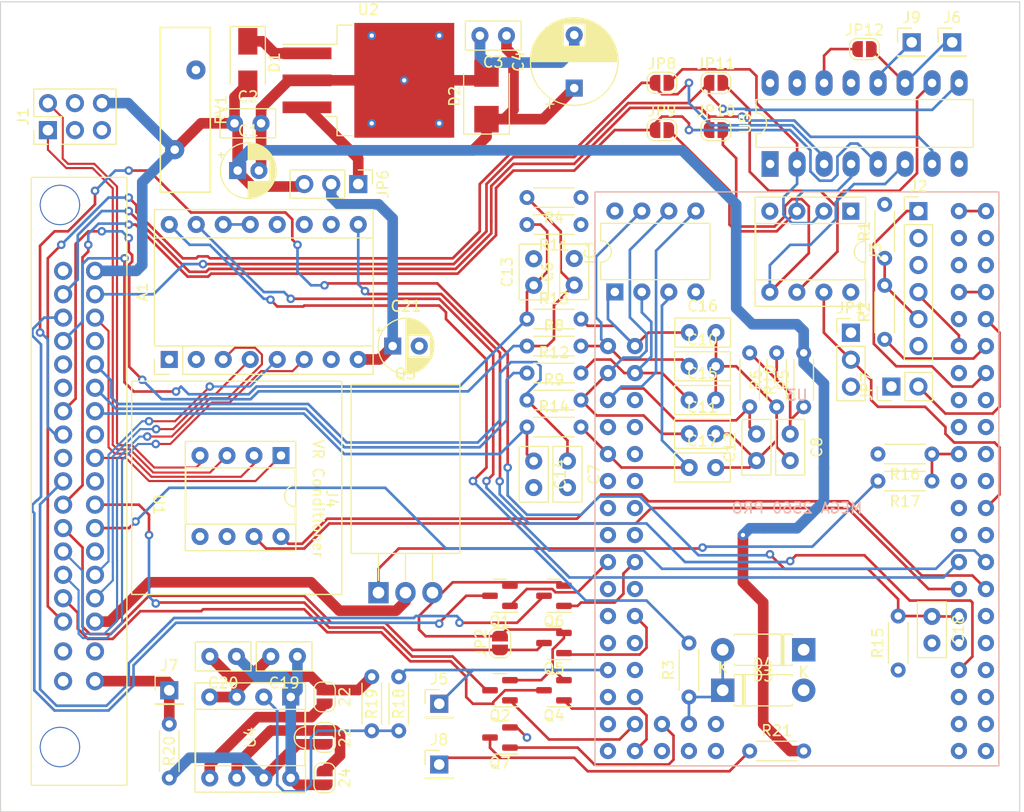
<source format=kicad_pcb>
(kicad_pcb (version 20211014) (generator pcbnew)
  (layers (0 "F.Cu" signal) (1 "In1.Cu" signal "In1.Cu.GND") (2 "In2.Cu" signal "In2.Cu.5V") (31 "B.Cu" signal) (34 "B.Paste" user) (35 "F.Paste" user) (36 "B.SilkS" user "B.Silkscreen") (37 "F.SilkS" user "F.Silkscreen") (38 "B.Mask" user) (39 "F.Mask" user) (44 "Edge.Cuts" user))
  (net 0 "")
  (net 1 "GND")
  (net 2 "+5V")
  (net 3 "SUB-A-")
  (net 4 "SUB-A+")
  (net 5 "SUB-B+")
  (net 6 "SUB-B-")
  (net 7 "Net-(A1-Pad8)")
  (net 8 "EN-ARD-D24")
  (net 12 "Net-(A1-Pad13)")
  (net 13 "STEP-ARD-D17")
  (net 14 "DIR-ARD-D16")
  (net 15 "+12V")
  (net 16 "IAT")
  (net 17 "TPS")
  (net 18 "Net-(C8-Pad1)")
  (net 19 "IAT-ARD-A0")
  (net 20 "TPS-ARD-A2")
  (net 21 "BREF-ARD-A4")
  (net 22 "CLT")
  (net 23 "O2S")
  (net 24 "MAP-ARD-A3")
  (net 25 "CLT-ARD-A1")
  (net 26 "O2S-ARD-A8")
  (net 27 "VSS")
  (net 28 "Net-(D1-Pad1)")
  (net 29 "CLUTCH-SW")
  (net 30 "CAM+")
  (net 31 "CAM-")
  (net 32 "EN-ARD-D3")
  (net 33 "RX-ARD-D0")
  (net 34 "Net-(J2-Pad5)")
  (net 36 "KILL-SW")
  (net 37 "SIDE-SW")
  (net 38 "NEUTRAL")
  (net 39 "VDOWN")
  (net 40 "KILLSW-ARD-D13")
  (net 41 "CKP-")
  (net 42 "CKP+")
  (net 43 "CAM-ARD-D18")
  (net 44 "CKP-ARD-D19")
  (net 45 "IGN-ARD-D40")
  (net 46 "IGN")
  (net 47 "Net-(J8-Pad1)")
  (net 48 "AIRSW")
  (net 49 "Net-(JP3-Pad1)")
  (net 50 "Net-(JP4-Pad1)")
  (net 51 "MIL-ARD-D32")
  (net 52 "MIL")
  (net 53 "FP-ARD-D45")
  (net 54 "FP-RELAY")
  (net 55 "Net-(Q3-Pad1)")
  (net 56 "INJ")
  (net 57 "FAN-ARD-D47")
  (net 58 "FAN-RELAY")
  (net 59 "AIRSW-ARD-D37")
  (net 60 "TWARN-ARD-D33")
  (net 61 "TEMP-WARN")
  (net 62 "TACH-ARD-D49")
  (net 63 "TX-ARD-D1")
  (net 64 "MAP")
  (net 65 "INJ-ARD-D8")
  (net 66 "Net-(R18-Pad2)")
  (net 70 "+BATT")
  (net 72 "unconnected-(U3-Pad3V3)")
  (net 118 "unconnected-(U3-PadVIN)")
  (net 121 "Net-(JP4-Pad2)")
  (net 122 "Net-(JP7-Pad2)")
  (net 123 "Net-(J3-Pad2)")
  (net 124 "Net-(J3-Pad3)")
  (net 125 "Net-(J3-Pad5)")
  (net 126 "Net-(J3-Pad6)")
  (net 128 "CLUTCH-ARD-D51")
  (net 129 "Net-(U5-Pad11)")
  (net 130 "Net-(U5-Pad12)")
  (footprint "Jumper:SolderJumper-2_P1.3mm_Open_RoundedPad1.0x1.5mm" (layer "F.Cu") (at 86.36 97.155 90)
    (fp_text reference "JP2")
    (fp_text value "Jumper_2_Open")
  )
  (footprint "Resistor_THT:R_Axial_DIN0204_L3.6mm_D1.6mm_P5.08mm_Horizontal" (layer "F.Cu") (at 93.98 55.245 180)
    (fp_text reference "R4")
    (fp_text value "2.49K")
  )
  (footprint "Connector_PinHeader_2.54mm:PinHeader_1x02_P2.54mm_Vertical" (layer "F.Cu") (at 123.185 73.025 90)
    (fp_text reference "JP7")
    (fp_text value "Jumper_2_Open")
  )
  (footprint "Resistor_THT:R_Axial_DIN0204_L3.6mm_D1.6mm_P5.08mm_Horizontal" (layer "F.Cu") (at 123.825 99.695 90)
    (fp_text reference "R15")
    (fp_text value "1k")
  )
  (footprint "mega_2560:S36B-WPZK-A" (layer "F.Cu") (at 48.26 78.74 -90)
    (fp_text reference "U1")
    (fp_text value "S36B-WPZK-A")
  )
  (footprint "Package_TO_SOT_SMD:SOT-23" (layer "F.Cu") (at 86.36 106.045 180)
    (fp_text reference "Q7")
    (fp_text value "SSM3K357R")
  )
  (footprint "Package_DIP:DIP-8_W7.62mm_Socket" (layer "F.Cu") (at 66.675 102.235 -90)
    (fp_text reference "U4")
    (fp_text value "TC4424AVPA")
  )
  (footprint "Resistor_THT:R_Axial_DIN0204_L3.6mm_D1.6mm_P5.08mm_Horizontal" (layer "F.Cu") (at 88.9 76.835)
    (fp_text reference "R14")
    (fp_text value "470")
  )
  (footprint "Resistor_THT:R_Axial_DIN0204_L3.6mm_D1.6mm_P5.08mm_Horizontal" (layer "F.Cu") (at 114.935 74.93 90)
    (fp_text reference "R5")
    (fp_text value "3.9K")
  )
  (footprint "Package_DIP:DIP-8_W7.62mm_Socket" (layer "F.Cu") (at 119.37 56.525 -90)
    (fp_text reference "J3")
    (fp_text value "DIP8")
  )
  (footprint "Package_DIP:DIP-8_W7.62mm" (layer "F.Cu") (at 97.165 64.125 90)
    (fp_text reference "IC1")
    (fp_text value "SP721")
  )
  (footprint "Package_TO_SOT_SMD:SOT-23" (layer "F.Cu") (at 91.44 92.71 180)
    (fp_text reference "Q6")
    (fp_text value "SSM3K357R")
  )
  (footprint "Resistor_THT:R_Axial_DIN0204_L3.6mm_D1.6mm_P5.08mm_Horizontal" (layer "F.Cu") (at 88.9 71.755)
    (fp_text reference "R12")
    (fp_text value "470")
  )
  (footprint "Connector_PinHeader_2.54mm:PinHeader_1x03_P2.54mm_Vertical" (layer "F.Cu") (at 119.38 67.96)
    (fp_text reference "JP1")
    (fp_text value "Jumper_3_Open")
  )
  (footprint "Connector_PinHeader_2.54mm:PinHeader_2x03_P2.54mm_Vertical" (layer "F.Cu") (at 43.83 48.9 90)
    (fp_text reference "J1")
    (fp_text value "cam_sensor")
  )
  (footprint "Package_TO_SOT_THT:TO-220-3_Horizontal_TabDown" (layer "F.Cu") (at 74.93 92.415)
    (fp_text reference "Q3")
    (fp_text value "STP62NS04Z")
  )
  (footprint "Capacitor_THT:C_Disc_D5.0mm_W2.5mm_P2.50mm" (layer "F.Cu") (at 104.16 71.12)
    (fp_text reference "C10")
    (fp_text value "0.22uF")
  )
  (footprint "Capacitor_THT:C_Disc_D5.0mm_W2.5mm_P2.50mm" (layer "F.Cu") (at 113.665 77.49 -90)
    (fp_text reference "C8")
    (fp_text value "100nF")
  )
  (footprint "Package_TO_SOT_SMD:TO-263-3_TabPin2" (layer "F.Cu") (at 73.98 44.215)
    (fp_text reference "U2")
    (fp_text value "LM2940S-5.0/NOPB")
  )
  (footprint "Resistor_THT:R_Axial_DIN0204_L3.6mm_D1.6mm_P5.08mm_Horizontal" (layer "F.Cu") (at 109.855 107.315)
    (fp_text reference "R21")
    (fp_text value "10K")
  )
  (footprint "Resistor_THT:R_Axial_DIN0204_L3.6mm_D1.6mm_P5.08mm_Horizontal" (layer "F.Cu") (at 93.98 57.785 180)
    (fp_text reference "R11")
    (fp_text value "2.49K")
  )
  (footprint "Resistor_THT:R_Axial_DIN0204_L3.6mm_D1.6mm_P5.08mm_Horizontal" (layer "F.Cu") (at 74.295 105.41 90)
    (fp_text reference "R19")
    (fp_text value "100K")
  )
  (footprint "Package_DIP:DIP-16_W7.62mm_LongPads" (layer "F.Cu") (at 111.775 52.085 90)
    (fp_text reference "U5")
    (fp_text value "74HC4050")
  )
  (footprint "Capacitor_THT:C_Disc_D5.0mm_W2.5mm_P2.50mm" (layer "F.Cu") (at 104.18 67.945)
    (fp_text reference "C16")
    (fp_text value "0.22uF")
  )
  (footprint "Jumper:SolderJumper-2_P1.3mm_Open_RoundedPad1.0x1.5mm" (layer "F.Cu") (at 101.6 48.895)
    (fp_text reference "JP9")
    (fp_text value "SolderJumper_2_Open")
  )
  (footprint "Capacitor_THT:C_Disc_D5.0mm_W2.5mm_P2.50mm" (layer "F.Cu") (at 104.16 74.295)
    (fp_text reference "C15")
    (fp_text value "470pf")
  )
  (footprint "Capacitor_THT:C_Disc_D5.0mm_W2.5mm_P2.50mm" (layer "F.Cu") (at 61.385 48.26)
    (fp_text reference "C2")
    (fp_text value "0.1uF")
  )
  (footprint "Diode_SMD:D_SMA" (layer "F.Cu") (at 62.635 42.545 -90)
    (fp_text reference "D1")
    (fp_text value "B130-13-F")
  )
  (footprint "Capacitor_THT:C_Disc_D5.0mm_W2.5mm_P2.50mm" (layer "F.Cu") (at 89.535 63.5 90)
    (fp_text reference "C13")
    (fp_text value "100nF")
  )
  (footprint "Capacitor_THT:C_Disc_D5.0mm_W2.5mm_P2.50mm" (layer "F.Cu") (at 92.71 80.03 -90)
    (fp_text reference "C7")
    (fp_text value "100nF")
  )
  (footprint "Jumper:SolderJumper-2_P1.3mm_Open_RoundedPad1.0x1.5mm" (layer "F.Cu") (at 106.68 48.895)
    (fp_text reference "JP10")
    (fp_text value "SolderJumper_2_Open")
  )
  (footprint "Package_TO_SOT_SMD:SOT-23" (layer "F.Cu") (at 91.44 97.155 180)
    (fp_text reference "Q5")
    (fp_text value "SSM3K357R")
  )
  (footprint "mega_2560:vr_conditioner" (layer "F.Cu") (at 60.37 83.585 -90)
    (fp_text reference "J4")
    (fp_text value "Conn_02x04_Counter_Clockwise")
  )
  (footprint "Jumper:SolderJumper-2_P1.3mm_Open_RoundedPad1.0x1.5mm" (layer "F.Cu") (at 69.86 106.035 -90)
    (fp_text reference "22")
    (fp_text value "TC4422")
  )
  (footprint "Module:Pololu_Breakout-16_15.2x20.3mm" (layer "F.Cu") (at 55.245 70.475 90)
    (fp_text reference "A1")
    (fp_text value "Pololu_Breakout_A4988")
  )
  (footprint "Jumper:SolderJumper-2_P1.3mm_Open_RoundedPad1.0x1.5mm" (layer "F.Cu") (at 101.6 44.45)
    (fp_text reference "JP8")
    (fp_text value "SolderJumper_2_Open")
  )
  (footprint "Resistor_THT:R_Axial_DIN0204_L3.6mm_D1.6mm_P5.08mm_Horizontal" (layer "F.Cu") (at 104.14 102.235 90)
    (fp_text reference "R3")
    (fp_text value "470")
  )
  (footprint "Resistor_THT:R_Axial_DIN0204_L3.6mm_D1.6mm_P5.08mm_Horizontal" (layer "F.Cu") (at 76.835 100.33 -90)
    (fp_text reference "R18")
    (fp_text value "1K")
  )
  (footprint "Capacitor_THT:C_Disc_D5.0mm_W2.5mm_P2.50mm" (layer "F.Cu") (at 89.535 80.03 -90)
    (fp_text reference "C14")
    (fp_text value "100nF")
  )
  (footprint "Resistor_THT:R_Axial_DIN0204_L3.6mm_D1.6mm_P5.08mm_Horizontal" (layer "F.Cu") (at 112.395 74.93 90)
    (fp_text reference "R6")
    (fp_text value "1K")
  )
  (footprint "Capacitor_THT:C_Disc_D5.0mm_W2.5mm_P2.50mm" (layer "F.Cu") (at 67.3 98.415 180)
    (fp_text reference "C19")
    (fp_text value "100nF")
  )
  (footprint "Jumper:SolderJumper-2_P1.3mm_Open_RoundedPad1.0x1.5mm" (layer "F.Cu") (at 106.68 44.45)
    (fp_text reference "JP11")
    (fp_text value "SolderJumper_2_Open")
  )
  (footprint "Package_TO_SOT_SMD:SOT-23" (layer "F.Cu") (at 91.44 101.6 180)
    (fp_text reference "Q4")
    (fp_text value "SSM3K357R")
  )
  (footprint "Connector_PinHeader_2.54mm:PinHeader_1x01_P2.54mm_Vertical" (layer "F.Cu") (at 125.095 40.64)
    (fp_text reference "J9")
    (fp_text value "Conn_01x01_Male")
  )
  (footprint "Jumper:SolderJumper-2_P1.3mm_Open_RoundedPad1.0x1.5mm" (layer "F.Cu") (at 69.86 109.845 -90)
    (fp_text reference "24")
    (fp_text value "TC4424")
  )
  (footprint "Package_TO_SOT_SMD:SOT-23" (layer "F.Cu") (at 86.36 101.6 180)
    (fp_text reference "Q2")
    (fp_text value "SSM3K357R")
  )
  (footprint "Diode_SMD:D_SMB" (layer "F.Cu") (at 85.09 45.72 90)
    (fp_text reference "D2")
    (fp_text value "1SMB5919BT3G")
  )
  (footprint "Resistor_THT:R_Axial_DIN0204_L3.6mm_D1.6mm_P5.08mm_Horizontal" (layer "F.Cu") (at 109.855 69.85 -90)
    (fp_text reference "R10")
    (fp_text value "470")
  )
  (footprint "Capacitor_THT:C_Disc_D5.0mm_W2.5mm_P2.50mm" (layer "F.Cu") (at 93.345 63.48 90)
    (fp_text reference "C6")
    (fp_text value "100nF")
  )
  (footprint "Capacitor_THT:C_Disc_D5.0mm_W2.5mm_P2.50mm" (layer "F.Cu") (at 61.565 98.415 180)
    (fp_text reference "C20")
    (fp_text value "1uF")
  )
  (footprint "Diode_THT:D_DO-41_SOD81_P7.62mm_Horizontal" (layer "F.Cu") (at 107.315 101.6)
    (fp_text reference "D4")
    (fp_text value "1N5818")
  )
  (footprint "Package_TO_SOT_SMD:SOT-23" (layer "F.Cu") (at 86.36 92.71 180)
    (fp_text reference "Q1")
    (fp_text value "SSM3K357R")
  )
  (footprint "Resistor_THT:R_Axial_DIN0204_L3.6mm_D1.6mm_P5.08mm_Horizontal" (layer "F.Cu") (at 127 79.375 180)
    (fp_text reference "R16")
    (fp_text value "100K")
  )
  (footprint "Resistor_THT:R_Axial_DIN0204_L3.6mm_D1.6mm_P5.08mm_Horizontal" (layer "F.Cu") (at 88.9 69.215)
    (fp_text reference "R8")
    (fp_text value "470")
  )
  (footprint "Capacitor_THT:C_Disc_D5.0mm_W2.5mm_P2.50mm" (layer "F.Cu") (at 104.16 77.47)
    (fp_text reference "C11")
    (fp_text value "0.22uF")
  )
  (footprint "Connector_PinHeader_2.54mm:PinHeader_1x01_P2.54mm_Vertical" (layer "F.Cu") (at 80.645 102.87)
    (fp_text reference "J5")
    (fp_text value "IGN_ARD_OUT")
  )
  (footprint "Jumper:SolderJumper-2_P1.3mm_Open_RoundedPad1.0x1.5mm" (layer "F.Cu") (at 69.86 102.225 90)
    (fp_text reference "22")
    (fp_text value "TC4422")
  )
  (footprint "Capacitor_THT:C_Disc_D5.0mm_W2.5mm_P2.50mm" (layer "F.Cu") (at 86.975 40.005 180)
    (fp_text reference "C3")
    (fp_text value "0.1uF")
  )
  (footprint "Capacitor_THT:C_Disc_D5.0mm_W2.5mm_P2.50mm" (layer "F.Cu") (at 104.16 80.645)
    (fp_text reference "C17")
    (fp_text value "0.22uF")
  )
  (footprint "Connector_PinHeader_2.54mm:PinHeader_1x01_P2.54mm_Vertical" (layer "F.Cu") (at 80.645 108.585)
    (fp_text reference "J8")
    (fp_text value "TACH_OUT")
  )
  (footprint "Diode_THT:D_DO-41_SOD81_P7.62mm_Horizontal" (layer "F.Cu") (at 114.935 97.79 180)
    (fp_text reference "D3")
    (fp_text value "1N5818")
  )
  (footprint "Resistor_THT:R_Axial_DIN0204_L3.6mm_D1.6mm_P5.08mm_Horizontal" (layer "F.Cu") (at 127 81.915 180)
    (fp_text reference "R17")
    (fp_text value "1K")
  )
  (footprint "Connector_PinHeader_2.54mm:PinHeader_1x01_P2.54mm_Vertical" (layer "F.Cu") (at 55.245 101.6)
    (fp_text reference "J7")
    (fp_text value "IGN_CONN")
  )
  (footprint "Capacitor_THT:CP_Radial_D5.0mm_P2.50mm" (layer "F.Cu") (at 76.264888 69.215)
    (fp_text reference "C21")
    (fp_text value "100uF")
  )
  (footprint "Connector_PinHeader_2.54mm:PinHeader_1x03_P2.54mm_Vertical" (layer "F.Cu") (at 73.025 53.975 -90)
    (fp_text reference "JP6")
    (fp_text value "Jumper_3_Open")
  )
  (footprint "Capacitor_THT:C_Disc_D5.0mm_W2.5mm_P2.50mm" (layer "F.Cu") (at 127 94.655 -90)
    (fp_text reference "C18")
    (fp_text value "100nF")
  )
  (footprint "Jumper:SolderJumper-2_P1.3mm_Open_RoundedPad1.0x1.5mm" (layer "F.Cu") (at 120.65 41.275)
    (fp_text reference "JP12")
    (fp_text value "SolderJumper_2_Open")
  )
  (footprint "Capacitor_THT:CP_Radial_D8.0mm_P5.00mm" (layer "F.Cu") (at 93.345 44.947651 90)
    (fp_text reference "C4")
    (fp_text value "47uF")
  )
  (footprint "Resistor_THT:R_Axial_DIN0204_L3.6mm_D1.6mm_P5.08mm_Horizontal" (layer "F.Cu") (at 122.555 60.96 90)
    (fp_text reference "R1")
    (fp_text value "2k")
  )
  (footprint "Varistor:RV_Disc_D15.5mm_W4.7mm_P7.5mm" (layer "F.Cu") (at 55.755 50.74 90)
    (fp_text reference "RV1")
    (fp_text value "Varistor")
  )
  (footprint "Resistor_THT:R_Axial_DIN0204_L3.6mm_D1.6mm_P5.08mm_Horizontal" (layer "F.Cu") (at 88.9 66.675)
    (fp_text reference "R13")
    (fp_text value "470")
  )
  (footprint "Capacitor_THT:C_Disc_D5.0mm_W2.5mm_P2.50mm" (layer "F.Cu") (at 110.49 79.99 90)
    (fp_text reference "C12")
    (fp_text value "0.22uF")
  )
  (footprint "Resistor_THT:R_Axial_DIN0204_L3.6mm_D1.6mm_P5.08mm_Horizontal" (layer "F.Cu") (at 88.9 74.295)
    (fp_text reference "R9")
    (fp_text value "470")
  )
  (footprint "Connector_PinHeader_2.54mm:PinHeader_1x06_P2.54mm_Vertical" (layer "F.Cu") (at 125.73 56.515)
    (fp_text reference "J2")
    (fp_text value "Conn_01x06")
  )
  (footprint "Resistor_THT:R_Axial_DIN0204_L3.6mm_D1.6mm_P5.08mm_Horizontal" (layer "F.Cu") (at 55.245 104.775 -90)
    (fp_text reference "R20")
    (fp_text value "10R")
  )
  (footprint "Resistor_THT:R_Axial_DIN0204_L3.6mm_D1.6mm_P5.08mm_Horizontal" (layer "F.Cu") (at 122.555 68.58 90)
    (fp_text reference "R2")
    (fp_text value "1k")
  )
  (footprint "Capacitor_THT:CP_Radial_D5.0mm_P2.00mm" (layer "F.Cu") (at 61.679888 52.705)
    (fp_text reference "C1")
    (fp_text value "10uF")
  )
  (footprint "Connector_PinHeader_2.54mm:PinHeader_1x01_P2.54mm_Vertical" (layer "F.Cu") (at 128.905 40.64)
    (fp_text reference "J6")
    (fp_text value "Conn_01x01_Male")
  )
  (footprint "mega_2560:mega_2560_pro" (layer "B.Cu") (at 114.3 81.915 180)
    (fp_text reference "U3")
    (fp_text value "Arduino Mega 2560 Pro")
  )
  (gr_rect (start 39.37 36.83) (end 135.255 113.03) (layer "Edge.Cuts") (width 0.1) (fill none))
  (segment (start 80.01 92.415) (end 80.01 93.345) (width 0.25) (layer "F.Cu") (net 1))
  (segment (start 84.445 44.215) (end 85.09 43.57) (width 1) (layer "F.Cu") (net 1))
  (segment (start 117.475 41.275) (end 120 41.275) (width 0.25) (layer "F.Cu") (net 1))
  (segment (start 69.845 101.575) (end 68.59 100.32) (width 1) (layer "F.Cu") (net 1))
  (segment (start 61.595 102.235) (end 59.055 102.235) (width 1) (layer "F.Cu") (net 1))
  (segment (start 87.95 105.095) (end 88.9 106.045) (width 0.25) (layer "F.Cu") (net 1))
  (segment (start 116.855 44.465) (end 116.855 41.895) (width 0.25) (layer "F.Cu") (net 1))
  (segment (start 86.345 96.52) (end 86.36 96.505) (width 0.25) (layer "F.Cu") (net 1))
  (segment (start 59.065 98.415) (end 60.97 100.32) (width 1) (layer "F.Cu") (net 1))
  (segment (start 86.98 95.885) (end 86.36 96.505) (width 0.25) (layer "F.Cu") (net 1))
  (segment (start 78.74 94.615) (end 78.74 95.885) (width 0.25) (layer "F.Cu") (net 1))
  (segment (start 61.615 101.6) (end 61.595 101.6) (width 1) (layer "F.Cu") (net 1))
  (segment (start 92.3775 100.6325) (end 92.3775 100.65) (width 0.25) (layer "F.Cu") (net 1))
  (segment (start 86.9775 91.44) (end 92.0575 91.44) (width 0.25) (layer "F.Cu") (net 1))
  (segment (start 86.9775 91.44) (end 87.2975 91.76) (width 0.25) (layer "F.Cu") (net 1))
  (segment (start 73.05 101.575) (end 74.295 100.33) (width 1) (layer "F.Cu") (net 1))
  (segment (start 106.66 71.12) (end 108.585 71.12) (width 0.25) (layer "F.Cu") (net 1))
  (segment (start 60.97 100.32) (end 62.875 100.32) (width 1) (layer "F.Cu") (net 1))
  (segment (start 62.875 100.32) (end 61.595 101.6) (width 1) (layer "F.Cu") (net 1))
  (segment (start 109.835 80.645) (end 110.49 79.99) (width 0.25) (layer "F.Cu") (net 1))
  (segment (start 106.68 67.945) (end 106.68 71.1) (width 0.25) (layer "F.Cu") (net 1))
  (segment (start 92.0575 95.885) (end 86.98 95.885) (width 0.25) (layer "F.Cu") (net 1))
  (segment (start 69.86 101.575) (end 73.05 101.575) (width 1) (layer "F.Cu") (net 1))
  (segment (start 90.23596 100.65) (end 87.2975 100.65) (width 0.25) (layer "F.Cu") (net 1))
  (segment (start 68.205 44.215) (end 77.355 44.215) (width 1) (layer "F.Cu") (net 1))
  (segment (start 63.885 48.26) (end 63.885 46.825978) (width 1) (layer "F.Cu") (net 1))
  (segment (start 66.495978 44.215) (end 68.205 44.215) (width 1) (layer "F.Cu") (net 1))
  (segment (start 92.0575 91.44) (end 92.3775 91.76) (width 0.25) (layer "F.Cu") (net 1))
  (segment (start 84.475 42.955) (end 85.09 43.57) (width 1) (layer "F.Cu") (net 1))
  (segment (start 77.355 44.215) (end 84.445 44.215) (width 1) (layer "F.Cu") (net 1))
  (segment (start 106.66 80.645) (end 109.835 80.645) (width 0.25) (layer "F.Cu") (net 1))
  (segment (start 107.97 77.47) (end 110.49 79.99) (width 0.25) (layer "F.Cu") (net 1))
  (segment (start 112.395 78.085) (end 110.49 79.99) (width 0.25) (layer "F.Cu") (net 1))
  (segment (start 84.475 40.005) (end 84.475 42.955) (width 1) (layer "F.Cu") (net 1))
  (segment (start 91.31548 99.57048) (end 90.23596 100.65) (width 0.25) (layer "F.Cu") (net 1))
  (segment (start 78.74 95.885) (end 79.375 96.52) (width 0.25) (layer "F.Cu") (net 1))
  (segment (start 112.395 74.93) (end 112.395 78.72) (width 0.25) (layer "F.Cu") (net 1))
  (segment (start 92.3775 96.205) (end 92.3775 96.696428) (width 0.25) (layer "F.Cu") (net 1))
  (segment (start 106.66 71.12) (end 106.66 74.295) (width 0.25) (layer "F.Cu") (net 1))
  (segment (start 64.8 98.415) (end 61.615 101.6) (width 1) (layer "F.Cu") (net 1))
  (segment (start 108.585 71.12) (end 112.395 74.93) (width 0.25) (layer "F.Cu") (net 1))
  (segment (start 63.885 48.26) (end 63.885 52.499888) (width 1) (layer "F.Cu") (net 1))
  (segment (start 91.31548 97.758448) (end 91.31548 99.57048) (width 0.25) (layer "F.Cu") (net 1))
  (segment (start 112.395 74.93) (end 112.395 78.085) (width 0.25) (layer "F.Cu") (net 1))
  (segment (start 81.915 91.44) (end 86.9775 91.44) (width 0.25) (layer "F.Cu") (net 1))
  (segment (start 106.68 71.1) (end 106.66 71.12) (width 0.25) (layer "F.Cu") (net 1))
  (segment (start 63.885 46.825978) (end 66.495978 44.215) (width 1) (layer "F.Cu") (net 1))
  (segment (start 79.375 96.52) (end 86.345 96.52) (width 0.25) (layer "F.Cu") (net 1))
  (segment (start 92.3775 96.205) (end 92.0575 95.885) (width 0.25) (layer "F.Cu") (net 1))
  (segment (start 87.2975 105.095) (end 87.95 105.095) (width 0.25) (layer "F.Cu") (net 1))
  (segment (start 116.855 41.895) (end 117.475 41.275) (width 0.25) (layer "F.Cu") (net 1))
  (segment (start 69.86 101.575) (end 69.845 101.575) (width 1) (layer "F.Cu") (net 1))
  (segment (start 92.3775 96.696428) (end 91.31548 97.758448) (width 0.25) (layer "F.Cu") (net 1))
  (segment (start 63.885 52.499888) (end 63.679888 52.705) (width 1) (layer "F.Cu") (net 1))
  (segment (start 80.01 93.345) (end 78.74 94.615) (width 0.25) (layer "F.Cu") (net 1))
  (segment (start 106.66 77.47) (end 107.97 77.47) (width 0.25) (layer "F.Cu") (net 1))
  (segment (start 61.595 101.6) (end 61.595 102.235) (width 1) (layer "F.Cu") (net 1))
  (segment (start 68.59 100.32) (end 62.875 100.32) (width 1) (layer "F.Cu") (net 1))
  (segment (start 91.31548 99.57048) (end 92.3775 100.6325) (width 0.25) (layer "F.Cu") (net 1))
  (segment (start 80.01 92.415) (end 80.94 92.415) (width 0.25) (layer "F.Cu") (net 1))
  (segment (start 80.94 92.415) (end 81.915 91.44) (width 0.25) (layer "F.Cu") (net 1))
  (segment (start 112.395 78.72) (end 113.665 79.99) (width 0.25) (layer "F.Cu") (net 1))
  (via (at 77.355 44.215) (size 0.8) (drill 0.4) (layers "F.Cu" "B.Cu") (net 1))
  (via (at 80.645 40.005) (size 0.8) (drill 0.4) (layers "F.Cu" "B.Cu") (net 1))
  (via (at 88.9 106.045) (size 0.8) (drill 0.4) (layers "F.Cu" "B.Cu") (net 1))
  (via (at 74.295 40.005) (size 0.8) (drill 0.4) (layers "F.Cu" "B.Cu") (net 1))
  (via (at 80.645 48.26) (size 0.8) (drill 0.4) (layers "F.Cu" "B.Cu") (net 1))
  (via (at 74.295 48.26) (size 0.8) (drill 0.4) (layers "F.Cu" "B.Cu") (net 1))
  (segment (start 85.09 42.545) (end 92.075 42.545) (width 1) (layer "B.Cu") (net 1))
  (segment (start 92.075 42.545) (end 93.345 41.275) (width 1) (layer "B.Cu") (net 1))
  (segment (start 84.475 41.93) (end 85.09 42.545) (width 1) (layer "B.Cu") (net 1))
  (segment (start 84.475 40.005) (end 84.475 41.93) (width 1) (layer "B.Cu") (net 1))
  (segment (start 93.345 41.275) (end 93.345 39.947651) (width 1) (layer "B.Cu") (net 1))
  (segment (start 66.675 109.855) (end 67.315 110.495) (width 1) (layer "F.Cu") (net 2))
  (segment (start 86.975 41.255) (end 87.63 41.91) (width 1) (layer "F.Cu") (net 2))
  (segment (start 72.25 50.8) (end 83.82 50.8) (width 1) (layer "F.Cu") (net 2))
  (segment (start 90.422651 47.87) (end 93.345 44.947651) (width 1) (layer "F.Cu") (net 2))
  (segment (start 87.63 46.99) (end 86.75 47.87) (width 1) (layer "F.Cu") (net 2))
  (segment (start 83.82 50.8) (end 85.09 49.53) (width 1) (layer "F.Cu") (net 2))
  (segment (start 72.25 50.8) (end 73.025 51.575) (width 1) (layer "F.Cu") (net 2))
  (segment (start 86.75 47.87) (end 85.09 47.87) (width 1) (layer "F.Cu") (net 2))
  (segment (start 87.63 41.91) (end 87.63 46.99) (width 1) (layer "F.Cu") (net 2))
  (segment (start 85.09 47.87) (end 90.422651 47.87) (width 1) (layer "F.Cu") (net 2))
  (segment (start 68.205 46.755) (end 72.25 50.8) (width 1) (layer "F.Cu") (net 2))
  (segment (start 67.315 110.495) (end 69.86 110.495) (width 1) (layer "F.Cu") (net 2))
  (segment (start 73.025 51.575) (end 73.025 53.975) (width 1) (layer "F.Cu") (net 2))
  (segment (start 86.975 40.005) (end 86.975 41.255) (width 1) (layer "F.Cu") (net 2))
  (segment (start 85.09 49.53) (end 85.09 47.87) (width 1) (layer "F.Cu") (net 2))
  (segment (start 66.675 100.945) (end 66.675 102.235) (width 1) (layer "B.Cu") (net 2))
  (segment (start 67.3 98.415) (end 67.3 101.61) (width 1) (layer "B.Cu") (net 2))
  (segment (start 66.05 100.32) (end 66.675 100.945) (width 1) (layer "B.Cu") (net 2))
  (segment (start 61.565 98.415) (end 63.47 100.32) (width 1) (layer "B.Cu") (net 2))
  (segment (start 66.675 102.235) (end 66.675 109.855) (width 1) (layer "B.Cu") (net 2))
  (segment (start 67.3 101.61) (end 66.675 102.235) (width 1) (layer "B.Cu") (net 2))
  (segment (start 63.47 100.32) (end 66.05 100.32) (width 1) (layer "B.Cu") (net 2))
  (segment (start 53.175935 77.729051) (end 55.480961 77.729051) (width 0.2) (layer "F.Cu") (net 3))
  (segment (start 63.964511 70.019567) (end 63.320433 69.375489) (width 0.2) (layer "F.Cu") (net 3))
  (segment (start 59.085981 74.124031) (end 60.770913 74.124031) (width 0.2) (layer "F.Cu") (net 3))
  (segment (start 63.964511 70.930433) (end 63.964511 70.019567) (width 0.2) (layer "F.Cu") (net 3))
  (segment (start 63.320433 69.375489) (end 61.424511 69.375489) (width 0.2) (layer "F.Cu") (net 3))
  (segment (start 55.480961 77.729051) (end 59.085981 74.124031) (width 0.2) (layer "F.Cu") (net 3))
  (segment (start 61.424511 69.375489) (end 60.325 70.475) (width 0.2) (layer "F.Cu") (net 3))
  (segment (start 60.770913 74.124031) (end 63.964511 70.930433) (width 0.2) (layer "F.Cu") (net 3))
  (via (at 53.175935 77.729051) (size 0.8) (drill 0.4) (layers "F.Cu" "B.Cu") (net 3))
  (segment (start 50.32904 79.84596) (end 50.32904 89.364034) (width 0.2) (layer "B.Cu") (net 3))
  (segment (start 49.125489 96.289511) (end 47.282878 96.289511) (width 0.2) (layer "B.Cu") (net 3))
  (segment (start 47.110489 96.117122) (end 47.110489 90.390489) (width 0.2) (layer "B.Cu") (net 3))
  (segment (start 50.32904 89.364034) (end 50.33452 89.369514) (width 0.2) (layer "B.Cu") (net 3))
  (segment (start 52.445949 77.729051) (end 50.32904 79.84596) (width 0.2) (layer "B.Cu") (net 3))
  (segment (start 50.33452 89.369514) (end 50.33452 95.08048) (width 0.2) (layer "B.Cu") (net 3))
  (segment (start 50.33452 95.08048) (end 49.125489 96.289511) (width 0.2) (layer "B.Cu") (net 3))
  (segment (start 47.110489 90.390489) (end 45.26 88.54) (width 0.2) (layer "B.Cu") (net 3))
  (segment (start 47.282878 96.289511) (end 47.110489 96.117122) (width 0.2) (layer "B.Cu") (net 3))
  (segment (start 53.175935 77.729051) (end 52.445949 77.729051) (width 0.2) (layer "B.Cu") (net 3))
  (segment (start 55.615455 77.029551) (end 58.920495 73.724511) (width 0.2) (layer "F.Cu") (net 4))
  (segment (start 59.615489 73.724511) (end 62.865 70.475) (width 0.2) (layer "F.Cu") (net 4))
  (segment (start 58.920495 73.724511) (end 59.615489 73.724511) (width 0.2) (layer "F.Cu") (net 4))
  (segment (start 54.011811 77.029551) (end 55.615455 77.029551) (width 0.2) (layer "F.Cu") (net 4))
  (via (at 54.011811 77.029551) (size 0.8) (drill 0.4) (layers "F.Cu" "B.Cu") (net 4))
  (segment (start 54.011811 77.029551) (end 52.510449 77.029551) (width 0.2) (layer "B.Cu") (net 4))
  (segment (start 49.92952 79.61048) (end 49.92952 89.52952) (width 0.2) (layer "B.Cu") (net 4))
  (segment (start 49.935 89.535) (end 49.935 91.265) (width 0.2) (layer "B.Cu") (net 4))
  (segment (start 49.935 91.265) (end 48.26 92.94) (width 0.2) (layer "B.Cu") (net 4))
  (segment (start 49.92952 89.52952) (end 49.935 89.535) (width 0.2) (layer "B.Cu") (net 4))
  (segment (start 52.510449 77.029551) (end 49.92952 79.61048) (width 0.2) (layer "B.Cu") (net 4))
  (segment (start 55.7905 76.2895) (end 59.055 73.025) (width 0.2) (layer "F.Cu") (net 5))
  (segment (start 53.34 76.2895) (end 55.7905 76.2895) (width 0.2) (layer "F.Cu") (net 5))
  (via (at 59.055 73.025) (size 0.8) (drill 0.4) (layers "F.Cu" "B.Cu") (net 5))
  (via (at 53.34 76.2895) (size 0.8) (drill 0.4) (layers "F.Cu" "B.Cu") (net 5))
  (segment (start 49.53 79.444994) (end 49.53 89.47) (width 0.2) (layer "B.Cu") (net 5))
  (segment (start 59.055 73.025) (end 62.855 73.025) (width 0.2) (layer "B.Cu") (net 5))
  (segment (start 62.855 73.025) (end 65.405 70.475) (width 0.2) (layer "B.Cu") (net 5))
  (segment (start 53.34 76.2895) (end 52.685494 76.2895) (width 0.2) (layer "B.Cu") (net 5))
  (segment (start 52.685494 76.2895) (end 49.53 79.444994) (width 0.2) (layer "B.Cu") (net 5))
  (segment (start 49.53 89.47) (end 48.26 90.74) (width 0.2) (layer "B.Cu") (net 5))
  (segment (start 55.346467 78.428551) (end 59.251467 74.523551) (width 0.2) (layer "F.Cu") (net 6))
  (segment (start 53.975 78.428551) (end 55.346467 78.428551) (width 0.2) (layer "F.Cu") (net 6))
  (segment (start 63.885439 71.574511) (end 66.845489 71.574511) (width 0.2) (layer "F.Cu") (net 6))
  (segment (start 66.845489 71.574511) (end 67.945 70.475) (width 0.2) (layer "F.Cu") (net 6))
  (segment (start 60.9364 74.52355) (end 63.885439 71.574511) (width 0.2) (layer "F.Cu") (net 6))
  (segment (start 59.251467 74.523551) (end 60.9364 74.52355) (width 0.2) (layer "F.Cu") (net 6))
  (via (at 53.975 78.428551) (size 0.8) (drill 0.4) (layers "F.Cu" "B.Cu") (net 6))
  (segment (start 50.8 79.940006) (end 50.8 95.25) (width 0.2) (layer "B.Cu") (net 6))
  (segment (start 47.117391 96.68903) (end 46.710969 96.282608) (width 0.2) (layer "B.Cu") (net 6))
  (segment (start 52.311455 78.428551) (end 50.8 79.940006) (width 0.2) (layer "B.Cu") (net 6))
  (segment (start 53.975 78.428551) (end 52.311455 78.428551) (width 0.2) (layer "B.Cu") (net 6))
  (segment (start 46.710969 92.190969) (end 45.26 90.74) (width 0.2) (layer "B.Cu") (net 6))
  (segment (start 46.710969 96.282608) (end 46.710969 92.190969) (width 0.2) (layer "B.Cu") (net 6))
  (segment (start 49.36097 96.68903) (end 47.117391 96.68903) (width 0.2) (layer "B.Cu") (net 6))
  (segment (start 50.8 95.25) (end 49.36097 96.68903) (width 0.2) (layer "B.Cu") (net 6))
  (segment (start 73.025 70.475) (end 75.004888 70.475) (width 1) (layer "F.Cu") (net 7))
  (segment (start 75.004888 70.475) (end 76.264888 69.215) (width 1) (layer "F.Cu") (net 7))
  (segment (start 70.485 55.177081) (end 71.187919 55.88) (width 1) (layer "B.Cu") (net 7))
  (segment (start 74.93 55.88) (end 76.264888 57.214888) (width 1) (layer "B.Cu") (net 7))
  (segment (start 76.264888 57.214888) (end 76.264888 69.215) (width 1) (layer "B.Cu") (net 7))
  (segment (start 71.187919 55.88) (end 74.93 55.88) (width 1) (layer "B.Cu") (net 7))
  (segment (start 70.485 53.975) (end 70.485 55.177081) (width 1) (layer "B.Cu") (net 7))
  (segment (start 114.2105 88.9) (end 120.65 88.9) (width 0.25) (layer "F.Cu") (net 8))
  (segment (start 130.81 98.425) (end 129.54 99.695) (width 0.25) (layer "F.Cu") (net 8))
  (segment (start 120.65 88.9) (end 124.911511 93.161511) (width 0.25) (layer "F.Cu") (net 8))
  (segment (start 86.36 81.911645) (end 86.36 69.849282) (width 0.25) (layer "F.Cu") (net 8))
  (segment (start 73.93498 64.32048) (end 73.66 64.0455) (width 0.25) (layer "F.Cu") (net 8))
  (segment (start 130.81 93.345) (end 130.81 98.425) (width 0.25) (layer "F.Cu") (net 8))
  (segment (start 80.831198 64.32048) (end 73.93498 64.32048) (width 0.25) (layer "F.Cu") (net 8))
  (segment (start 124.911511 93.161511) (end 130.626511 93.161511) (width 0.25) (layer "F.Cu") (net 8))
  (segment (start 86.36 69.849282) (end 80.831198 64.32048) (width 0.25) (layer "F.Cu") (net 8))
  (segment (start 86.332844 81.938801) (end 86.36 81.911645) (width 0.25) (layer "F.Cu") (net 8))
  (segment (start 130.626511 93.161511) (end 130.81 93.345) (width 0.25) (layer "F.Cu") (net 8))
  (segment (start 113.665 89.4455) (end 114.2105 88.9) (width 0.25) (layer "F.Cu") (net 8))
  (via (at 73.66 64.0455) (size 0.8) (drill 0.4) (layers "F.Cu" "B.Cu") (net 8))
  (via (at 86.332844 81.938801) (size 0.8) (drill 0.4) (layers "F.Cu" "B.Cu") (net 8))
  (via (at 113.665 89.4455) (size 0.8) (drill 0.4) (layers "F.Cu" "B.Cu") (net 8))
  (segment (start 86.332844 83.157126) (end 86.332844 81.938801) (width 0.25) (layer "B.Cu") (net 8))
  (segment (start 100.145049 85.908489) (end 89.084207 85.908489) (width 0.25) (layer "B.Cu") (net 8))
  (segment (start 73.025 63.4105) (end 73.66 64.0455) (width 0.25) (layer "B.Cu") (net 8))
  (segment (start 73.025 57.775) (end 73.025 63.4105) (width 0.25) (layer "B.Cu") (net 8))
  (segment (start 113.665 89.4455) (end 113.5755 89.535) (width 0.25) (layer "B.Cu") (net 8))
  (segment (start 89.084207 85.908489) (end 86.332844 83.157126) (width 0.25) (layer "B.Cu") (net 8))
  (segment (start 103.77156 89.535) (end 100.145049 85.908489) (width 0.25) (layer "B.Cu") (net 8))
  (segment (start 113.5755 89.535) (end 103.77156 89.535) (width 0.25) (layer "B.Cu") (net 8))
  (segment (start 60.325 57.775) (end 62.865 57.775) (width 0.25) (layer "B.Cu") (net 12))
  (segment (start 80.645 64.77) (end 66.675 64.77) (width 0.25) (layer "F.Cu") (net 13))
  (segment (start 85.725 81.28) (end 85.725 69.85) (width 0.25) (layer "F.Cu") (net 13))
  (segment (start 85.725 69.85) (end 80.645 64.77) (width 0.25) (layer "F.Cu") (net 13))
  (segment (start 85.09 81.915) (end 85.725 81.28) (width 0.25) (layer "F.Cu") (net 13))
  (via (at 66.675 64.77) (size 0.8) (drill 0.4) (layers "F.Cu" "B.Cu") (net 13))
  (via (at 85.09 81.915) (size 0.8) (drill 0.4) (layers "F.Cu" "B.Cu") (net 13))
  (segment (start 130.993489 88.448489) (end 132.08 89.535) (width 0.25) (layer "B.Cu") (net 13))
  (segment (start 64.145 64.135) (end 57.785 57.775) (width 0.25) (layer "B.Cu") (net 13))
  (segment (start 66.04 64.135) (end 64.145 64.135) (width 0.25) (layer "B.Cu") (net 13))
  (segment (start 127.36844 90.17) (end 129.089951 88.448489) (width 0.25) (layer "B.Cu") (net 13))
  (segment (start 66.675 64.77) (end 66.04 64.135) (width 0.25) (layer "B.Cu") (net 13))
  (segment (start 90.988489 88.448489) (end 99.878489 88.448489) (width 0.25) (layer "B.Cu") (net 13))
  (segment (start 99.878489 88.448489) (end 101.6 90.17) (width 0.25) (layer "B.Cu") (net 13))
  (segment (start 129.089951 88.448489) (end 130.993489 88.448489) (width 0.25) (layer "B.Cu") (net 13))
  (segment (start 101.6 90.17) (end 127.36844 90.17) (width 0.25) (layer "B.Cu") (net 13))
  (segment (start 85.09 81.915) (end 85.09 82.55) (width 0.25) (layer "B.Cu") (net 13))
  (segment (start 85.09 82.55) (end 90.988489 88.448489) (width 0.25) (layer "B.Cu") (net 13))
  (segment (start 83.82 81.915) (end 85.09 80.645) (width 0.25) (layer "F.Cu") (net 14))
  (segment (start 81.28 66.040718) (end 80.644282 65.405) (width 0.25) (layer "F.Cu") (net 14))
  (segment (start 67.855489 65.494511) (end 65.405011 65.494511) (width 0.25) (layer "F.Cu") (net 14))
  (segment (start 81.28 66.675) (end 81.28 66.040718) (width 0.25) (layer "F.Cu") (net 14))
  (segment (start 80.644282 65.405) (end 67.945 65.405) (width 0.25) (layer "F.Cu") (net 14))
  (segment (start 67.945 65.405) (end 67.855489 65.494511) (width 0.25) (layer "F.Cu") (net 14))
  (segment (start 85.09 80.645) (end 85.09 70.485) (width 0.25) (layer "F.Cu") (net 14))
  (segment (start 85.09 70.485) (end 81.28 66.675) (width 0.25) (layer "F.Cu") (net 14))
  (segment (start 65.405011 65.494511) (end 64.77 64.8595) (width 0.25) (layer "F.Cu") (net 14))
  (via (at 64.77 64.8595) (size 0.8) (drill 0.4) (layers "F.Cu" "B.Cu") (net 14))
  (via (at 83.82 81.915) (size 0.8) (drill 0.4) (layers "F.Cu" "B.Cu") (net 14))
  (segment (start 64.77 64.77) (end 64.77 64.8595) (width 0.25) (layer "B.Cu") (net 14))
  (segment (start 83.82 81.915) (end 84.64048 82.73548) (width 0.25) (layer "B.Cu") (net 14))
  (segment (start 57.16 59.69) (end 59.055 59.69) (width 0.25) (layer "B.Cu") (net 14))
  (segment (start 92.892771 90.988489) (end 128.086511 90.988489) (width 0.25) (layer "B.Cu") (net 14))
  (segment (start 84.64048 82.736198) (end 92.892771 90.988489) (width 0.25) (layer "B.Cu") (net 14))
  (segment (start 128.086511 90.988489) (end 129.54 89.535) (width 0.25) (layer "B.Cu") (net 14))
  (segment (start 84.64048 82.73548) (end 84.64048 82.736198) (width 0.25) (layer "B.Cu") (net 14))
  (segment (start 55.245 57.775) (end 57.16 59.69) (width 0.25) (layer "B.Cu") (net 14))
  (segment (start 64.135 64.77) (end 64.77 64.77) (width 0.25) (layer "B.Cu") (net 14))
  (segment (start 59.055 59.69) (end 64.135 64.77) (width 0.25) (layer "B.Cu") (net 14))
  (segment (start 61.385 45.795) (end 62.635 44.545) (width 1) (layer "F.Cu") (net 15))
  (segment (start 111.125 104.775) (end 113.665 107.315) (width 1) (layer "F.Cu") (net 15))
  (segment (start 61.385 48.26) (end 58.235 48.26) (width 1) (layer "F.Cu") (net 15))
  (segment (start 113.665 107.315) (end 114.935 107.315) (width 1) (layer "F.Cu") (net 15))
  (segment (start 67.715489 54.204511) (end 67.945 53.975) (width 1) (layer "F.Cu") (net 15))
  (segment (start 63.058769 54.204511) (end 67.715489 54.204511) (width 1) (layer "F.Cu") (net 15))
  (segment (start 61.385 48.26) (end 61.385 45.795) (width 1) (layer "F.Cu") (net 15))
  (segment (start 61.679888 52.82563) (end 63.058769 54.204511) (width 1) (layer "F.Cu") (net 15))
  (segment (start 111.125 93.345) (end 111.125 104.775) (width 1) (layer "F.Cu") (net 15))
  (segment (start 58.235 48.26) (end 55.755 50.74) (width 1) (layer "F.Cu") (net 15))
  (segment (start 109.22 86.995) (end 109.22 91.44) (width 1) (layer "F.Cu") (net 15))
  (segment (start 61.679888 52.705) (end 61.679888 52.82563) (width 1) (layer "F.Cu") (net 15))
  (segment (start 61.679888 48.554888) (end 61.385 48.26) (width 1) (layer "F.Cu") (net 15))
  (segment (start 61.679888 52.705) (end 61.679888 48.554888) (width 1) (layer "F.Cu") (net 15))
  (segment (start 109.22 91.44) (end 111.125 93.345) (width 1) (layer "F.Cu") (net 15))
  (via (at 109.22 86.995) (size 0.8) (drill 0.4) (layers "F.Cu" "B.Cu") (net 15))
  (segment (start 61.679888 51.924511) (end 62.804399 50.8) (width 1) (layer "B.Cu") (net 15))
  (segment (start 114.3 86.36) (end 111.125 86.36) (width 1) (layer "B.Cu") (net 15))
  (segment (start 116.84 83.82) (end 115.57 85.09) (width 1) (layer "B.Cu") (net 15))
  (segment (start 51.375 46.36) (end 48.91 46.36) (width 1) (layer "B.Cu") (net 15))
  (segment (start 114.3 67.164511) (end 114.935 67.799511) (width 1) (layer "B.Cu") (net 15))
  (segment (start 52.705 53.79) (end 52.705 61.595) (width 1) (layer "B.Cu") (net 15))
  (segment (start 103.505 50.8) (end 108.585 55.88) (width 1) (layer "B.Cu") (net 15))
  (segment (start 109.855 86.36) (end 109.22 86.995) (width 1) (layer "B.Cu") (net 15))
  (segment (start 114.935 67.799511) (end 114.935 69.85) (width 1) (layer "B.Cu") (net 15))
  (segment (start 116.84 80.645) (end 116.84 83.82) (width 1) (layer "B.Cu") (net 15))
  (segment (start 111.125 86.36) (end 109.855 86.36) (width 1) (layer "B.Cu") (net 15))
  (segment (start 108.585 65.649756) (end 110.099755 67.164511) (width 1) (layer "B.Cu") (net 15))
  (segment (start 110.099755 67.164511) (end 114.3 67.164511) (width 1) (layer "B.Cu") (net 15))
  (segment (start 114.935 70.839949) (end 116.84 72.744949) (width 1) (layer "B.Cu") (net 15))
  (segment (start 52.705 61.595) (end 52.16 62.14) (width 1) (layer "B.Cu") (net 15))
  (segment (start 115.57 85.09) (end 114.3 86.36) (width 1) (layer "B.Cu") (net 15))
  (segment (start 55.755 50.74) (end 52.705 53.79) (width 1) (layer "B.Cu") (net 15))
  (segment (start 62.804399 50.8) (end 103.505 50.8) (width 1) (layer "B.Cu") (net 15))
  (segment (start 108.585 55.88) (end 108.585 65.649756) (width 1) (layer "B.Cu") (net 15))
  (segment (start 55.755 50.74) (end 51.375 46.36) (width 1) (layer "B.Cu") (net 15))
  (segment (start 114.935 69.85) (end 114.935 70.839949) (width 1) (layer "B.Cu") (net 15))
  (segment (start 116.84 72.744949) (end 116.84 80.645) (width 1) (layer "B.Cu") (net 15))
  (segment (start 52.16 62.14) (end 48.26 62.14) (width 1) (layer "B.Cu") (net 15))
  (segment (start 90.805 69.215) (end 88.9 69.215) (width 0.25) (layer "F.Cu") (net 16))
  (segment (start 91.44 68.58) (end 90.805 69.215) (width 0.25) (layer "F.Cu") (net 16))
  (segment (start 51.47806 71.16306) (end 52.705 72.39) (width 0.25) (layer "F.Cu") (net 16))
  (segment (start 47.625 58.42) (end 46.434511 59.610489) (width 0.25) (layer "F.Cu") (net 16))
  (segment (start 92.075 62.23) (end 92.095 62.23) (width 0.25) (layer "F.Cu") (net 16))
  (segment (start 51.753051 60.659897) (end 51.753051 61.260103) (width 0.25) (layer "F.Cu") (net 16))
  (segment (start 46.434511 59.610489) (end 46.434511 74.165489) (width 0.25) (layer "F.Cu") (net 16))
  (segment (start 92.075 58.42) (end 92.075 62.23) (width 0.25) (layer "F.Cu") (net 16))
  (segment (start 48.895 58.42) (end 47.625 58.42) (width 0.25) (layer "F.Cu") (net 16))
  (segment (start 92.095 62.23) (end 93.345 63.48) (width 0.25) (layer "F.Cu") (net 16))
  (segment (start 93.345 63.48) (end 91.44 65.385) (width 0.25) (layer "F.Cu") (net 16))
  (segment (start 88.9 55.245) (end 92.075 58.42) (width 0.25) (layer "F.Cu") (net 16))
  (segment (start 51.47806 61.535094) (end 51.47806 71.16306) (width 0.25) (layer "F.Cu") (net 16))
  (segment (start 51.435 60.341846) (end 51.753051 60.659897) (width 0.25) (layer "F.Cu") (net 16))
  (segment (start 46.434511 74.165489) (end 45.26 75.34) (width 0.25) (layer "F.Cu") (net 16))
  (segment (start 91.44 65.385) (end 91.44 68.58) (width 0.25) (layer "F.Cu") (net 16))
  (segment (start 51.435 59.055) (end 51.435 60.341846) (width 0.25) (layer "F.Cu") (net 16))
  (segment (start 51.753051 61.260103) (end 51.47806 61.535094) (width 0.25) (layer "F.Cu") (net 16))
  (via (at 51.435 59.055) (size 0.8) (drill 0.4) (layers "F.Cu" "B.Cu") (net 16))
  (via (at 52.705 72.39) (size 0.8) (drill 0.4) (layers "F.Cu" "B.Cu") (net 16))
  (via (at 48.895 58.42) (size 0.8) (drill 0.4) (layers "F.Cu" "B.Cu") (net 16))
  (segment (start 50.8 58.42) (end 51.435 59.055) (width 0.25) (layer "B.Cu") (net 16))
  (segment (start 48.895 58.42) (end 50.8 58.42) (width 0.25) (layer "B.Cu") (net 16))
  (segment (start 83.369762 73.47452) (end 87.629282 69.215) (width 0.25) (layer "B.Cu") (net 16))
  (segment (start 52.705 72.39) (end 54.531451 74.216451) (width 0.25) (layer "B.Cu") (net 16))
  (segment (start 63.64156 73.47452) (end 83.369762 73.47452) (width 0.25) (layer "B.Cu") (net 16))
  (segment (start 87.629282 69.215) (end 88.9 69.215) (width 0.25) (layer "B.Cu") (net 16))
  (segment (start 62.899629 74.216451) (end 63.64156 73.47452) (width 0.25) (layer "B.Cu") (net 16))
  (segment (start 54.531451 74.216451) (end 62.899629 74.216451) (width 0.25) (layer "B.Cu") (net 16))
  (segment (start 92.71 78.105) (end 92.71 80.03) (width 0.25) (layer "F.Cu") (net 17))
  (segment (start 88.9 74.295) (end 92.71 78.105) (width 0.25) (layer "F.Cu") (net 17))
  (segment (start 90.17 71.12) (end 90.17 72.39) (width 0.25) (layer "B.Cu") (net 17))
  (segment (start 49.790359 74.034641) (end 50.421678 74.66596) (width 0.25) (layer "B.Cu") (net 17))
  (segment (start 90.17 72.39) (end 88.9 73.66) (width 0.25) (layer "B.Cu") (net 17))
  (segment (start 48.26 70.94) (end 49.790359 72.470359) (width 0.25) (layer "B.Cu") (net 17))
  (segment (start 50.421678 74.66596) (end 68.31596 74.66596) (width 0.25) (layer "B.Cu") (net 17))
  (segment (start 88.9 73.66) (end 88.9 74.295) (width 0.25) (layer "B.Cu") (net 17))
  (segment (start 87.38487 70.730489) (end 89.780489 70.730489) (width 0.25) (layer "B.Cu") (net 17))
  (segment (start 84.268802 78.29048) (end 86.359641 76.199641) (width 0.25) (layer "B.Cu") (net 17))
  (segment (start 71.94048 78.29048) (end 84.268802 78.29048) (width 0.25) (layer "B.Cu") (net 17))
  (segment (start 49.790359 72.470359) (end 49.790359 74.034641) (width 0.25) (layer "B.Cu") (net 17))
  (segment (start 86.359641 71.755718) (end 87.38487 70.730489) (width 0.25) (layer "B.Cu") (net 17))
  (segment (start 86.359641 76.199641) (end 86.359641 71.755718) (width 0.25) (layer "B.Cu") (net 17))
  (segment (start 68.31596 74.66596) (end 71.94048 78.29048) (width 0.25) (layer "B.Cu") (net 17))
  (segment (start 89.780489 70.730489) (end 90.17 71.12) (width 0.25) (layer "B.Cu") (net 17))
  (segment (start 112.395 72.39) (end 109.855 69.85) (width 0.25) (layer "F.Cu") (net 18))
  (segment (start 112.395 72.39) (end 113.665 73.66) (width 0.25) (layer "F.Cu") (net 18))
  (segment (start 113.665 73.66) (end 113.665 77.49) (width 0.25) (layer "F.Cu") (net 18))
  (segment (start 113.665 77.49) (end 113.665 76.2) (width 0.25) (layer "F.Cu") (net 18))
  (segment (start 112.395 69.85) (end 112.395 72.39) (width 0.25) (layer "F.Cu") (net 18))
  (segment (start 113.665 76.2) (end 114.935 74.93) (width 0.25) (layer "F.Cu") (net 18))
  (segment (start 103.525 70.485) (end 104.16 71.12) (width 0.25) (layer "F.Cu") (net 19))
  (segment (start 97.79 70.485) (end 103.525 70.485) (width 0.25) (layer "F.Cu") (net 19))
  (segment (start 96.52 69.215) (end 97.79 70.485) (width 0.25) (layer "F.Cu") (net 19))
  (segment (start 96.52 69.215) (end 93.98 69.215) (width 0.25) (layer "F.Cu") (net 19))
  (segment (start 95.395489 60.814511) (end 99.705 56.505) (width 0.25) (layer "B.Cu") (net 19))
  (segment (start 95.395489 66.529511) (end 95.885 67.019022) (width 0.25) (layer "B.Cu") (net 19))
  (segment (start 95.885 67.019022) (end 95.885 68.58) (width 0.25) (layer "B.Cu") (net 19))
  (segment (start 95.395489 66.529511) (end 95.395489 60.814511) (width 0.25) (layer "B.Cu") (net 19))
  (segment (start 95.885 68.58) (end 96.52 69.215) (width 0.25) (layer "B.Cu") (net 19))
  (segment (start 99.878489 75.748489) (end 101.6 77.47) (width 0.25) (layer "F.Cu") (net 20))
  (segment (start 101.6 77.47) (end 104.16 77.47) (width 0.25) (layer "F.Cu") (net 20))
  (segment (start 93.98 74.295) (end 96.52 71.755) (width 0.25) (layer "F.Cu") (net 20))
  (segment (start 93.98 74.295) (end 95.433489 75.748489) (width 0.25) (layer "F.Cu") (net 20))
  (segment (start 95.433489 75.748489) (end 99.878489 75.748489) (width 0.25) (layer "F.Cu") (net 20))
  (segment (start 100.146511 68.081811) (end 100.146511 69.665049) (width 0.25) (layer "B.Cu") (net 20))
  (segment (start 97.973489 70.301511) (end 96.52 71.755) (width 0.25) (layer "B.Cu") (net 20))
  (segment (start 99.510049 70.301511) (end 97.973489 70.301511) (width 0.25) (layer "B.Cu") (net 20))
  (segment (start 98.580489 60.169511) (end 98.580489 66.515789) (width 0.25) (layer "B.Cu") (net 20))
  (segment (start 98.580489 66.515789) (end 100.146511 68.081811) (width 0.25) (layer "B.Cu") (net 20))
  (segment (start 102.245 56.505) (end 98.580489 60.169511) (width 0.25) (layer "B.Cu") (net 20))
  (segment (start 100.146511 69.665049) (end 99.510049 70.301511) (width 0.25) (layer "B.Cu") (net 20))
  (segment (start 102.87 76.2) (end 108.585 76.2) (width 0.25) (layer "F.Cu") (net 21))
  (segment (start 109.855 76.855) (end 110.49 77.49) (width 0.25) (layer "F.Cu") (net 21))
  (segment (start 108.585 76.2) (end 109.855 74.93) (width 0.25) (layer "F.Cu") (net 21))
  (segment (start 109.855 74.93) (end 109.855 76.855) (width 0.25) (layer "F.Cu") (net 21))
  (segment (start 97.606511 73.208489) (end 99.878489 73.208489) (width 0.25) (layer "F.Cu") (net 21))
  (segment (start 96.52 74.295) (end 97.606511 73.208489) (width 0.25) (layer "F.Cu") (net 21))
  (segment (start 99.878489 73.208489) (end 102.87 76.2) (width 0.25) (layer "F.Cu") (net 21))
  (segment (start 101.045551 60.244449) (end 104.785 56.505) (width 0.25) (layer "B.Cu") (net 21))
  (segment (start 97.79 73.025) (end 99.695 73.025) (width 0.25) (layer "B.Cu") (net 21))
  (segment (start 101.045551 71.674449) (end 101.045551 60.244449) (width 0.25) (layer "B.Cu") (net 21))
  (segment (start 96.52 74.295) (end 97.79 73.025) (width 0.25) (layer "B.Cu") (net 21))
  (segment (start 99.695 73.025) (end 101.045551 71.674449) (width 0.25) (layer "B.Cu") (net 21))
  (segment (start 55.88 73.49194) (end 51.90194 73.49194) (width 0.25) (layer "F.Cu") (net 22))
  (segment (start 51.90194 73.49194) (end 51.02854 72.61854) (width 0.25) (layer "F.Cu") (net 22))
  (segment (start 51.02854 72.61854) (end 51.02854 60.96) (width 0.25) (layer "F.Cu") (net 22))
  (segment (start 90.17 57.785) (end 88.9 57.785) (width 0.25) (layer "F.Cu") (net 22))
  (segment (start 90.805 62.23) (end 90.805 58.42) (width 0.25) (layer "F.Cu") (net 22))
  (segment (start 88.9 66.675) (end 88.9 64.135) (width 0.25) (layer "F.Cu") (net 22))
  (segment (start 88.9 64.135) (end 89.535 63.5) (width 0.25) (layer "F.Cu") (net 22))
  (segment (start 90.805 58.42) (end 90.17 57.785) (width 0.25) (layer "F.Cu") (net 22))
  (segment (start 89.535 63.5) (end 90.805 62.23) (width 0.25) (layer "F.Cu") (net 22))
  (via (at 55.88 73.49194) (size 0.8) (drill 0.4) (layers "F.Cu" "B.Cu") (net 22))
  (via (at 51.02854 60.96) (size 0.8) (drill 0.4) (layers "F.Cu" "B.Cu") (net 22))
  (segment (start 47.085489 66.914511) (end 47.085489 61.499511) (width 0.25) (layer "B.Cu") (net 22))
  (segment (start 45.26 68.74) (end 47.085489 66.914511) (width 0.25) (layer "B.Cu") (net 22))
  (segment (start 55.88 73.49194) (end 56.34694 73.025) (width 0.25) (layer "B.Cu") (net 22))
  (segment (start 57.071451 73.749511) (end 62.730851 73.749511) (width 0.25) (layer "B.Cu") (net 22))
  (segment (start 56.34694 73.025) (end 57.071451 73.749511) (width 0.25) (layer "B.Cu") (net 22))
  (segment (start 82.55 73.025) (end 88.9 66.675) (width 0.25) (layer "B.Cu") (net 22))
  (segment (start 63.455362 73.025) (end 82.55 73.025) (width 0.25) (layer "B.Cu") (net 22))
  (segment (start 62.730851 73.749511) (end 63.455362 73.025) (width 0.25) (layer "B.Cu") (net 22))
  (segment (start 47.085489 61.499511) (end 47.625 60.96) (width 0.25) (layer "B.Cu") (net 22))
  (segment (start 47.625 60.96) (end 51.02854 60.96) (width 0.25) (layer "B.Cu") (net 22))
  (segment (start 88.9 76.835) (end 88.9 79.395) (width 0.25) (layer "F.Cu") (net 23))
  (segment (start 88.9 79.395) (end 89.535 80.03) (width 0.25) (layer "F.Cu") (net 23))
  (segment (start 48.26 75.34) (end 48.484989 75.564989) (width 0.25) (layer "B.Cu") (net 23))
  (segment (start 86.36 79.375) (end 88.9 76.835) (width 0.25) (layer "B.Cu") (net 23))
  (segment (start 67.907 75.564989) (end 71.717011 79.375) (width 0.25) (layer "B.Cu") (net 23))
  (segment (start 48.484989 75.564989) (end 67.907 75.564989) (width 0.25) (layer "B.Cu") (net 23))
  (segment (start 71.717011 79.375) (end 86.36 79.375) (width 0.25) (layer "B.Cu") (net 23))
  (segment (start 99.06 71.755) (end 98.05656 71.755) (width 0.25) (layer "F.Cu") (net 24))
  (segment (start 98.05656 71.755) (end 96.78656 70.485) (width 0.25) (layer "F.Cu") (net 24))
  (segment (start 95.25 70.485) (end 93.98 71.755) (width 0.25) (layer "F.Cu") (net 24))
  (segment (start 101.62 71.755) (end 104.16 74.295) (width 0.25) (layer "F.Cu") (net 24))
  (segment (start 99.06 71.755) (end 101.62 71.755) (width 0.25) (layer "F.Cu") (net 24))
  (segment (start 96.78656 70.485) (end 95.25 70.485) (width 0.25) (layer "F.Cu") (net 24))
  (segment (start 100.596031 66.941031) (end 100.596031 70.218969) (width 0.25) (layer "B.Cu") (net 24))
  (segment (start 100.0125 66.3575) (end 100.596031 66.941031) (width 0.25) (layer "B.Cu") (net 24))
  (segment (start 99.705 64.125) (end 99.705 66.05) (width 0.25) (layer "B.Cu") (net 24))
  (segment (start 99.705 66.05) (end 100.0125 66.3575) (width 0.25) (layer "B.Cu") (net 24))
  (segment (start 100.596031 70.218969) (end 99.06 71.755) (width 0.25) (layer "B.Cu") (net 24))
  (segment (start 94.615 67.31) (end 93.98 66.675) (width 0.25) (layer "F.Cu") (net 25))
  (segment (start 104.18 67.945) (end 100.33 67.945) (width 0.25) (layer "F.Cu") (net 25))
  (segment (start 97.155 67.31) (end 94.615 67.31) (width 0.25) (layer "F.Cu") (net 25))
  (segment (start 100.33 67.945) (end 99.06 69.215) (width 0.25) (layer "F.Cu") (net 25))
  (segment (start 99.06 69.215) (end 97.155 67.31) (width 0.25) (layer "F.Cu") (net 25))
  (segment (start 96.52 64.77) (end 97.165 64.125) (width 0.25) (layer "B.Cu") (net 25))
  (segment (start 96.52 66.675) (end 96.52 64.77) (width 0.25) (layer "B.Cu") (net 25))
  (segment (start 99.06 69.215) (end 96.52 66.675) (width 0.25) (layer "B.Cu") (net 25))
  (segment (start 97.79 80.645) (end 104.16 80.645) (width 0.25) (layer "F.Cu") (net 26))
  (segment (start 96.52 79.375) (end 97.79 80.645) (width 0.25) (layer "F.Cu") (net 26))
  (segment (start 93.98 76.835) (end 96.52 79.375) (width 0.25) (layer "F.Cu") (net 26))
  (segment (start 101.6 65.405) (end 101.6 78.085) (width 0.25) (layer "B.Cu") (net 26))
  (segment (start 101.6 78.085) (end 104.16 80.645) (width 0.25) (layer "B.Cu") (net 26))
  (segment (start 102.245 64.125) (end 102.245 64.76) (width 0.25) (layer "B.Cu") (net 26))
  (segment (start 102.245 64.76) (end 101.6 65.405) (width 0.25) (layer "B.Cu") (net 26))
  (segment (start 57.285489 56.650489) (end 66.175489 56.650489) (width 0.25) (layer "F.Cu") (net 27))
  (segment (start 123.825 94.615) (end 126.96 94.615) (width 0.25) (layer "F.Cu") (net 27))
  (segment (start 87.0845 69.938064) (end 80.467425 63.320989) (width 0.25) (layer "F.Cu") (net 27))
  (segment (start 43.815 59.055) (end 44.45 58.42) (width 0.25) (layer "F.Cu") (net 27))
  (segment (start 123.825 93.0275) (end 123.825 94.615) (width 0.25) (layer "F.Cu") (net 27))
  (segment (start 45.085 58.42) (end 45.72 58.42) (width 0.25) (layer "F.Cu") (net 27))
  (segment (start 66.175489 56.650489) (end 66.820489 57.295489) (width 0.25) (layer "F.Cu") (net 27))
  (segment (start 43.0905 59.7795) (end 43.815 59.055) (width 0.25) (layer "F.Cu") (net 27))
  (segment (start 111.76 88.8105) (end 113.1195 90.17) (width 0.25) (layer "F.Cu") (net 27))
  (segment (start 80.467425 63.320989) (end 70.029011 63.320989) (width 0.25) (layer "F.Cu") (net 27))
  (segment (start 43.0905 67.945) (end 43.0905 59.7795) (width 0.25) (layer "F.Cu") (net 27))
  (segment (start 53.34 52.705) (end 54.61 53.975) (width 0.25) (layer "F.Cu") (net 27))
  (segment (start 54.61 53.975) (end 57.285489 56.650489) (width 0.25) (layer "F.Cu") (net 27))
  (segment (start 70.029011 63.320989) (end 69.85 63.5) (width 0.25) (layer "F.Cu") (net 27))
  (segment (start 44.45 58.42) (end 45.085 58.42) (width 0.25) (layer "F.Cu") (net 27))
  (segment (start 120.9675 90.17) (end 123.825 93.0275) (width 0.25) (layer "F.Cu") (net 27))
  (segment (start 87.0845 80.645) (end 87.0845 69.938064) (width 0.25) (layer "F.Cu") (net 27))
  (segment (start 48.26 55.88) (end 48.26 54.61) (width 0.25) (layer "F.Cu") (net 27))
  (segment (start 129.5 94.655) (end 129.54 94.615) (width 0.25) (layer "F.Cu") (net 27))
  (segment (start 113.1195 90.17) (end 120.9675 90.17) (width 0.25) (layer "F.Cu") (net 27))
  (segment (start 51.435 52.705) (end 53.34 52.705) (width 0.25) (layer "F.Cu") (net 27))
  (segment (start 126.96 94.615) (end 127 94.655) (width 0.25) (layer "F.Cu") (net 27))
  (segment (start 45.72 58.42) (end 48.26 55.88) (width 0.25) (layer "F.Cu") (net 27))
  (segment (start 127 94.655) (end 129.5 94.655) (width 0.25) (layer "F.Cu") (net 27))
  (segment (start 66.820489 57.295489) (end 66.820489 59.200489) (width 0.25) (layer "F.Cu") (net 27))
  (segment (start 66.820489 59.200489) (end 67.31 59.69) (width 0.25) (layer "F.Cu") (net 27))
  (via (at 111.76 88.8105) (size 0.8) (drill 0.4) (layers "F.Cu" "B.Cu") (net 27))
  (via (at 67.31 59.69) (size 0.8) (drill 0.4) (layers "F.Cu" "B.Cu") (net 27))
  (via (at 43.0905 67.945) (size 0.8) (drill 0.4) (layers "F.Cu" "B.Cu") (net 27))
  (via (at 51.435 52.705) (size 0.8) (drill 0.4) (layers "F.Cu" "B.Cu") (net 27))
  (via (at 48.26 54.61) (size 0.8) (drill 0.4) (layers "F.Cu" "B.Cu") (net 27))
  (via (at 69.85 63.5) (size 0.8) (drill 0.4) (layers "F.Cu" "B.Cu") (net 27))
  (via (at 87.0845 80.645) (size 0.8) (drill 0.4) (layers "F.Cu" "B.Cu") (net 27))
  (segment (start 111.76 88.8105) (end 111.6705 88.9) (width 0.25) (layer "B.Cu") (net 27))
  (segment (start 43.18 67.945) (end 43.0905 67.945) (width 0.25) (layer "B.Cu") (net 27))
  (segment (start 48.26 54.61) (end 50.165 52.705) (width 0.25) (layer "B.Cu") (net 27))
  (segment (start 67.31 62.23) (end 67.31 59.69) (width 0.25) (layer "B.Cu") (net 27))
  (segment (start 95.701511 83.368489) (end 93.98 85.09) (width 0.25) (layer "B.Cu") (net 27))
  (segment (start 93.98 85.09) (end 88.901436 85.09) (width 0.25) (layer "B.Cu") (net 27))
  (segment (start 43.815 76.835) (end 43.815 68.58) (width 0.25) (layer "B.Cu") (net 27))
  (segment (start 105.04156 88.9) (end 99.510049 83.368489) (width 0.25) (layer "B.Cu") (net 27))
  (segment (start 43.815 68.58) (end 43.18 67.945) (width 0.25) (layer "B.Cu") (net 27))
  (segment (start 69.85 63.5) (end 68.58 63.5) (width 0.25) (layer "B.Cu") (net 27))
  (segment (start 45.26 77.54) (end 44.52 77.54) (width 0.25) (layer "B.Cu") (net 27))
  (segment (start 88.901436 85.09) (end 87.0845 83.273064) (width 0.25) (layer "B.Cu") (net 27))
  (segment (start 87.0845 83.273064) (end 87.0845 80.645) (width 0.25) (layer "B.Cu") (net 27))
  (segment (start 111.6705 88.9) (end 105.04156 88.9) (width 0.25) (layer "B.Cu") (net 27))
  (segment (start 68.58 63.5) (end 67.31 62.23) (width 0.25) (layer "B.Cu") (net 27))
  (segment (start 99.510049 83.368489) (end 95.701511 83.368489) (width 0.25) (layer "B.Cu") (net 27))
  (segment (start 50.165 52.705) (end 51.435 52.705) (width 0.25) (layer "B.Cu") (net 27))
  (segment (start 44.52 77.54) (end 43.815 76.835) (width 0.25) (layer "B.Cu") (net 27))
  (segment (start 64.04 40.545) (end 65.17 41.675) (width 1) (layer "F.Cu") (net 28))
  (segment (start 65.17 41.675) (end 68.205 41.675) (width 1) (layer "F.Cu") (net 28))
  (segment (start 62.635 40.545) (end 64.04 40.545) (width 1) (layer "F.Cu") (net 28))
  (segment (start 51.455 86.34) (end 52.07 85.725) (width 0.25) (layer "F.Cu") (net 29))
  (segment (start 48.26 86.34) (end 51.455 86.34) (width 0.25) (layer "F.Cu") (net 29))
  (via (at 52.07 85.725) (size 0.8) (drill 0.4) (layers "F.Cu" "B.Cu") (net 29))
  (segment (start 55.245 82.55) (end 75.565 82.55) (width 0.25) (layer "B.Cu") (net 29))
  (segment (start 52.07 85.725) (end 55.245 82.55) (width 0.25) (layer "B.Cu") (net 29))
  (segment (start 94.430075 93.161511) (end 100.146511 93.161511) (width 0.25) (layer "B.Cu") (net 29))
  (segment (start 100.146511 93.161511) (end 104.14 97.155) (width 0.25) (layer "B.Cu") (net 29))
  (segment (start 81.28 88.265) (end 89.533564 88.265) (width 0.25) (layer "B.Cu") (net 29))
  (segment (start 75.565 82.55) (end 81.28 88.265) (width 0.25) (layer "B.Cu") (net 29))
  (segment (start 89.533564 88.265) (end 94.430075 93.161511) (width 0.25) (layer "B.Cu") (net 29))
  (segment (start 50.36596 78.94096) (end 49.92952 78.50452) (width 0.2) (layer "F.Cu") (net 30))
  (segment (start 51.565966 78.94096) (end 50.36596 78.94096) (width 0.2) (layer "F.Cu") (net 30))
  (segment (start 43.83 50.745006) (end 43.83 48.9) (width 0.2) (layer "F.Cu") (net 30))
  (segment (start 60.68 79.515) (end 59.07904 81.11596) (width 0.2) (layer "F.Cu") (net 30))
  (segment (start 49.92952 78.50452) (end 49.92952 54.37452) (width 0.2) (layer "F.Cu") (net 30))
  (segment (start 48.02452 52.46952) (end 45.554514 52.46952) (width 0.2) (layer "F.Cu") (net 30))
  (segment (start 53.740966 81.11596) (end 51.565966 78.94096) (width 0.2) (layer "F.Cu") (net 30))
  (segment (start 45.554514 52.46952) (end 43.83 50.745006) (width 0.2) (layer "F.Cu") (net 30))
  (segment (start 49.92952 54.37452) (end 48.02452 52.46952) (width 0.2) (layer "F.Cu") (net 30))
  (segment (start 59.07904 81.11596) (end 53.740966 81.11596) (width 0.2) (layer "F.Cu") (net 30))
  (segment (start 43.83 46.36) (end 45.220489 47.750489) (width 0.2) (layer "F.Cu") (net 31))
  (segment (start 48.190006 52.07) (end 50.32904 54.209034) (width 0.2) (layer "F.Cu") (net 31))
  (segment (start 45.220489 47.750489) (end 45.220489 51.570489) (width 0.2) (layer "F.Cu") (net 31))
  (segment (start 57.785 80.645) (end 58.14 80.29) (width 0.2) (layer "F.Cu") (net 31))
  (segment (start 45.72 52.07) (end 48.190006 52.07) (width 0.2) (layer "F.Cu") (net 31))
  (segment (start 51.731453 78.541441) (end 53.835012 80.645) (width 0.2) (layer "F.Cu") (net 31))
  (segment (start 50.531446 78.54144) (end 51.731453 78.541441) (width 0.2) (layer "F.Cu") (net 31))
  (segment (start 50.32904 78.339034) (end 50.531446 78.54144) (width 0.2) (layer "F.Cu") (net 31))
  (segment (start 53.835012 80.645) (end 57.785 80.645) (width 0.2) (layer "F.Cu") (net 31))
  (segment (start 45.220489 51.570489) (end 45.72 52.07) (width 0.2) (layer "F.Cu") (net 31))
  (segment (start 58.14 80.29) (end 58.14 79.515) (width 0.2) (layer "F.Cu") (net 31))
  (segment (start 50.32904 54.209034) (end 50.32904 78.339034) (width 0.2) (layer "F.Cu") (net 31))
  (segment (start 125.73 56.515) (end 124.63 56.515) (width 0.25) (layer "F.Cu") (net 32))
  (segment (start 121.530489 59.614511) (end 121.530489 69.004367) (width 0.25) (layer "F.Cu") (net 32))
  (segment (start 127 71.12) (end 128.905 73.025) (width 0.25) (layer "F.Cu") (net 32))
  (segment (start 130.81 73.025) (end 132.08 71.755) (width 0.25) (layer "F.Cu") (net 32))
  (segment (start 123.646122 71.12) (end 127 71.12) (width 0.25) (layer "F.Cu") (net 32))
  (segment (start 128.905 73.025) (end 130.81 73.025) (width 0.25) (layer "F.Cu") (net 32))
  (segment (start 124.63 56.515) (end 121.530489 59.614511) (width 0.25) (layer "F.Cu") (net 32))
  (segment (start 121.530489 69.004367) (end 123.646122 71.12) (width 0.25) (layer "F.Cu") (net 32))
  (segment (start 125.73 64.135) (end 125.73 64.40156) (width 0.25) (layer "F.Cu") (net 33))
  (segment (start 129.54 68.21156) (end 129.54 69.215) (width 0.25) (layer "F.Cu") (net 33))
  (segment (start 125.73 64.40156) (end 129.54 68.21156) (width 0.25) (layer "F.Cu") (net 33))
  (segment (start 125.73 66.675) (end 122.555 63.5) (width 0.25) (layer "F.Cu") (net 34))
  (segment (start 122.555 60.96) (end 122.555 63.5) (width 0.25) (layer "F.Cu") (net 34))
  (segment (start 100.95 44.85894) (end 101.615571 45.524511) (width 0.25) (layer "F.Cu") (net 36))
  (segment (start 56.515718 60.96) (end 57.785 60.96) (width 0.25) (layer "F.Cu") (net 36))
  (segment (start 81.914282 60.96) (end 84.454641 58.419641) (width 0.25) (layer "F.Cu") (net 36))
  (segment (start 99.695 44.45) (end 100.95 44.45) (width 0.25) (layer "F.Cu") (net 36))
  (segment (start 52.159511 55.969511) (end 52.159511 56.603793) (width 0.25) (layer "F.Cu") (net 36))
  (segment (start 59.055 60.96) (end 81.914282 60.96) (width 0.25) (layer "F.Cu") (net 36))
  (segment (start 87.63 50.8) (end 93.345 50.8) (width 0.25) (layer "F.Cu") (net 36))
  (segment (start 51.435 55.245) (end 52.159511 55.969511) (width 0.25) (layer "F.Cu") (net 36))
  (segment (start 103.065489 45.524511) (end 104.14 44.45) (width 0.25) (layer "F.Cu") (net 36))
  (segment (start 58.875989 60.780989) (end 59.055 60.96) (width 0.25) (layer "F.Cu") (net 36))
  (segment (start 93.345 50.8) (end 99.695 44.45) (width 0.25) (layer "F.Cu") (net 36))
  (segment (start 100.95 44.45) (end 100.95 44.85894) (width 0.25) (layer "F.Cu") (net 36))
  (segment (start 57.964011 60.780989) (end 58.875989 60.780989) (width 0.25) (layer "F.Cu") (net 36))
  (segment (start 84.454641 58.419641) (end 84.454641 53.975359) (width 0.25) (layer "F.Cu") (net 36))
  (segment (start 43.815 93.695) (end 43.815 60.96) (width 0.25) (layer "F.Cu") (net 36))
  (segment (start 43.815 60.96) (end 45.085 59.69) (width 0.25) (layer "F.Cu") (net 36))
  (segment (start 45.26 95.14) (end 43.815 93.695) (width 0.25) (layer "F.Cu") (net 36))
  (segment (start 101.615571 45.524511) (end 103.065489 45.524511) (width 0.25) (layer "F.Cu") (net 36))
  (segment (start 52.159511 56.603793) (end 56.515718 60.96) (width 0.25) (layer "F.Cu") (net 36))
  (segment (start 57.785 60.96) (end 57.964011 60.780989) (width 0.25) (layer "F.Cu") (net 36))
  (segment (start 84.454641 53.975359) (end 87.63 50.8) (width 0.25) (layer "F.Cu") (net 36))
  (via (at 104.14 44.45) (size 0.8) (drill 0.4) (layers "F.Cu" "B.Cu") (net 36))
  (via (at 51.435 55.245) (size 0.8) (drill 0.4) (layers "F.Cu" "B.Cu") (net 36))
  (via (at 45.085 59.69) (size 0.8) (drill 0.4) (layers "F.Cu" "B.Cu") (net 36))
  (segment (start 106.23048 48.44548) (end 113.86548 48.44548) (width 0.25) (layer "B.Cu") (net 36))
  (segment (start 49.529282 55.245) (end 51.435 55.245) (width 0.25) (layer "B.Cu") (net 36))
  (segment (start 45.085 59.69) (end 45.085 59.689282) (width 0.25) (layer "B.Cu") (net 36))
  (segment (start 116.855 51.435) (end 116.855 52.085) (width 0.25) (layer "B.Cu") (net 36))
  (segment (start 104.14 46.355) (end 106.23048 48.44548) (width 0.25) (layer "B.Cu") (net 36))
  (segment (start 104.14 44.45) (end 104.14 46.355) (width 0.25) (layer "B.Cu") (net 36))
  (segment (start 113.86548 48.44548) (end 116.855 51.435) (width 0.25) (layer "B.Cu") (net 36))
  (segment (start 45.085 59.689282) (end 49.529282 55.245) (width 0.25) (layer "B.Cu") (net 36))
  (segment (start 87.631077 52.706077) (end 93.346074 52.706077) (width 0.25) (layer "F.Cu") (net 37))
  (segment (start 59.181292 62.40454) (end 82.376894 62.40454) (width 0.25) (layer "F.Cu") (net 37))
  (segment (start 85.98904 54.348114) (end 87.631077 52.706077) (width 0.25) (layer "F.Cu") (net 37))
  (segment (start 85.98904 58.792396) (end 85.98904 54.348114) (width 0.25) (layer "F.Cu") (net 37))
  (segment (start 100.95 48.275) (end 101.6 47.625) (width 0.25) (layer "F.Cu") (net 37))
  (segment (start 56.963813 62.679531) (end 58.906301 62.679531) (width 0.25) (layer "F.Cu") (net 37))
  (segment (start 45.26 84.14) (end 47.085489 82.314511) (width 0.25) (layer "F.Cu") (net 37))
  (segment (start 101.6 47.625) (end 103.505 47.625) (width 0.25) (layer "F.Cu") (net 37))
  (segment (start 52.069282 57.785) (end 56.963813 62.679531) (width 0.25) (layer "F.Cu") (net 37))
  (segment (start 82.376894 62.40454) (end 85.98904 58.792396) (width 0.25) (layer "F.Cu") (net 37))
  (segment (start 47.625 60.325) (end 47.625 59.69) (width 0.25) (layer "F.Cu") (net 37))
  (segment (start 104.14 48.26) (end 104.14 48.895) (width 0.25) (layer "F.Cu") (net 37))
  (segment (start 51.435 57.785) (end 52.069282 57.785) (width 0.25) (layer "F.Cu") (net 37))
  (segment (start 103.505 47.625) (end 104.14 48.26) (width 0.25) (layer "F.Cu") (net 37))
  (segment (start 100.95 48.895) (end 100.95 48.275) (width 0.25) (layer "F.Cu") (net 37))
  (segment (start 47.085489 60.864511) (end 47.625 60.325) (width 0.25) (layer "F.Cu") (net 37))
  (segment (start 47.085489 82.314511) (end 47.085489 60.864511) (width 0.25) (layer "F.Cu") (net 37))
  (segment (start 93.346074 52.706077) (end 97.157152 48.895) (width 0.25) (layer "F.Cu") (net 37))
  (segment (start 97.157152 48.895) (end 100.95 48.895) (width 0.25) (layer "F.Cu") (net 37))
  (segment (start 58.906301 62.679531) (end 59.181292 62.40454) (width 0.25) (layer "F.Cu") (net 37))
  (via (at 104.14 48.895) (size 0.8) (drill 0.4) (layers "F.Cu" "B.Cu") (net 37))
  (via (at 51.435 57.785) (size 0.8) (drill 0.4) (layers "F.Cu" "B.Cu") (net 37))
  (via (at 47.625 59.69) (size 0.8) (drill 0.4) (layers "F.Cu" "B.Cu") (net 37))
  (segment (start 47.625 58.665386) (end 48.594897 57.695489) (width 0.25) (layer "B.Cu") (net 37))
  (segment (start 117.56413 53.657141) (end 118.11 53.111271) (width 0.25) (layer "B.Cu") (net 37))
  (segment (start 115.57 50.8) (end 115.57 52.790311) (width 0.25) (layer "B.Cu") (net 37))
  (segment (start 51.345489 57.695489) (end 51.435 57.785) (width 0.25) (layer "B.Cu") (net 37))
  (segment (start 119.324689 50.165) (end 120.015 50.165) (width 0.25) (layer "B.Cu") (net 37))
  (segment (start 47.625 59.69) (end 47.625 58.665386) (width 0.25) (layer "B.Cu") (net 37))
  (segment (start 118.11 51.379689) (end 119.324689 50.165) (width 0.25) (layer "B.Cu") (net 37))
  (segment (start 118.11 53.111271) (end 118.11 51.379689) (width 0.25) (layer "B.Cu") (net 37))
  (segment (start 115.57 52.790311) (end 116.43683 53.657141) (width 0.25) (layer "B.Cu") (net 37))
  (segment (start 120.015 50.165) (end 121.935 52.085) (width 0.25) (layer "B.Cu") (net 37))
  (segment (start 48.594897 57.695489) (end 51.345489 57.695489) (width 0.25) (layer "B.Cu") (net 37))
  (segment (start 104.14 48.895) (end 113.665 48.895) (width 0.25) (layer "B.Cu") (net 37))
  (segment (start 116.43683 53.657141) (end 117.56413 53.657141) (width 0.25) (layer "B.Cu") (net 37))
  (segment (start 113.665 48.895) (end 115.57 50.8) (width 0.25) (layer "B.Cu") (net 37))
  (segment (start 93.794878 51.621556) (end 98.611914 46.80452) (width 0.25) (layer "F.Cu") (net 38))
  (segment (start 85.53952 58.606198) (end 82.190697 61.95502) (width 0.25) (layer "F.Cu") (net 38))
  (segment (start 109.1305 47.625) (end 106.045 47.625) (width 0.25) (layer "F.Cu") (net 38))
  (segment (start 82.190697 61.95502) (end 58.995094 61.95502) (width 0.25) (layer "F.Cu") (net 38))
  (segment (start 87.630718 52.070718) (end 93.345717 52.070718) (width 0.25) (layer "F.Cu") (net 38))
  (segment (start 85.53952 57.59952) (end 85.53952 54.161916) (width 0.25) (layer "F.Cu") (net 38))
  (segment (start 85.53952 57.59952) (end 85.53952 58.606198) (width 0.25) (layer "F.Cu") (net 38))
  (segment (start 106.045 47.625) (end 105.22452 46.80452) (width 0.25) (layer "F.Cu") (net 38))
  (segment (start 93.345717 52.070718) (end 93.794878 51.621556) (width 0.25) (layer "F.Cu") (net 38))
  (segment (start 58.720103 62.230011) (end 57.150011 62.230011) (width 0.25) (layer "F.Cu") (net 38))
  (segment (start 85.53952 57.336198) (end 85.53952 57.59952) (width 0.25) (layer "F.Cu") (net 38))
  (segment (start 105.22452 46.80452) (end 106.03 47.61) (width 0.25) (layer "F.Cu") (net 38))
  (segment (start 98.611914 46.80452) (end 105.22452 46.80452) (width 0.25) (layer "F.Cu") (net 38))
  (segment (start 57.150011 62.230011) (end 51.435 56.515) (width 0.25) (layer "F.Cu") (net 38))
  (segment (start 58.995094 61.95502) (end 58.720103 62.230011) (width 0.25) (layer "F.Cu") (net 38))
  (segment (start 85.53952 54.161916) (end 87.630718 52.070718) (width 0.25) (layer "F.Cu") (net 38))
  (segment (start 106.03 47.61) (end 106.03 48.895) (width 0.25) (layer "F.Cu") (net 38))
  (via (at 109.1305 47.625) (size 0.8) (drill 0.4) (layers "F.Cu" "B.Cu") (net 38))
  (via (at 51.435 56.515) (size 0.8) (drill 0.4) (layers "F.Cu" "B.Cu") (net 38))
  (segment (start 46.635969 62.964031) (end 45.26 64.34) (width 0.25) (layer "B.Cu") (net 38))
  (segment (start 114.051678 47.99596) (end 115.585718 49.53) (width 0.25) (layer "B.Cu") (net 38))
  (segment (start 109.50146 47.99596) (end 114.051678 47.99596) (width 0.25) (layer "B.Cu") (net 38))
  (segment (start 51.435 56.515) (end 48.895 56.515) (width 0.25) (layer "B.Cu") (net 38))
  (segment (start 125.73 49.53) (end 127.015 50.815) (width 0.25) (layer "B.Cu") (net 38))
  (segment (start 115.585718 49.53) (end 125.73 49.53) (width 0.25) (layer "B.Cu") (net 38))
  (segment (start 109.1305 47.625) (end 109.50146 47.99596) (width 0.25) (layer "B.Cu") (net 38))
  (segment (start 48.895 56.515) (end 46.635969 58.774031) (width 0.25) (layer "B.Cu") (net 38))
  (segment (start 127.015 50.815) (end 127.015 52.085) (width 0.25) (layer "B.Cu") (net 38))
  (segment (start 46.635969 58.774031) (end 46.635969 62.964031) (width 0.25) (layer "B.Cu") (net 38))
  (segment (start 106.03 45.6155) (end 106.03 44.45) (width 0.25) (layer "F.Cu") (net 39))
  (segment (start 85.09 53.975718) (end 87.630359 51.435359) (width 0.25) (layer "F.Cu") (net 39))
  (segment (start 107.315 46.9005) (end 106.03 45.6155) (width 0.25) (layer "F.Cu") (net 39))
  (segment (start 82.0045 61.5055) (end 85.09 58.42) (width 0.25) (layer "F.Cu") (net 39))
  (segment (start 58.42 61.5055) (end 82.0045 61.5055) (width 0.25) (layer "F.Cu") (net 39))
  (segment (start 85.09 58.42) (end 85.09 53.975718) (width 0.25) (layer "F.Cu") (net 39))
  (segment (start 93.345358 51.435359) (end 98.425718 46.355) (width 0.25) (layer "F.Cu") (net 39))
  (segment (start 87.630359 51.435359) (end 93.345358 51.435359) (width 0.25) (layer "F.Cu") (net 39))
  (segment (start 98.425718 46.355) (end 104.125 46.355) (width 0.25) (layer "F.Cu") (net 39))
  (segment (start 104.125 46.355) (end 106.03 44.45) (width 0.25) (layer "F.Cu") (net 39))
  (via (at 58.42 61.5055) (size 0.8) (drill 0.4) (layers "F.Cu" "B.Cu") (net 39))
  (via (at 107.315 46.9005) (size 0.8) (drill 0.4) (layers "F.Cu" "B.Cu") (net 39))
  (segment (start 53.77 64.34) (end 48.26 64.34) (width 0.25) (layer "B.Cu") (net 39))
  (segment (start 109.520114 46.99) (end 127.03 46.99) (width 0.25) (layer "B.Cu") (net 39))
  (segment (start 107.315 46.9005) (end 109.430614 46.9005) (width 0.25) (layer "B.Cu") (net 39))
  (segment (start 56.6045 61.5055) (end 53.77 64.34) (width 0.25) (layer "B.Cu") (net 39))
  (segment (start 109.430614 46.9005) (end 109.520114 46.99) (width 0.25) (layer "B.Cu") (net 39))
  (segment (start 58.42 61.5055) (end 56.6045 61.5055) (width 0.25) (layer "B.Cu") (net 39))
  (segment (start 127.03 46.99) (end 129.555 44.465) (width 0.25) (layer "B.Cu") (net 39))
  (segment (start 129.088489 78.288489) (end 132.898489 78.288489) (width 0.25) (layer "F.Cu") (net 40))
  (segment (start 116.83 64.145) (end 116.83 67.95) (width 0.25) (layer "F.Cu") (net 40))
  (segment (start 133.35 78.74) (end 133.35 83.185) (width 0.25) (layer "F.Cu") (net 40))
  (segment (start 132.898489 78.288489) (end 133.35 78.74) (width 0.25) (layer "F.Cu") (net 40))
  (segment (start 119.38 70.5) (end 121.285 72.405) (width 0.25) (layer "F.Cu") (net 40))
  (segment (start 126.365 74.93) (end 128.27 76.835) (width 0.25) (layer "F.Cu") (net 40))
  (segment (start 133.35 83.185) (end 132.08 84.455) (width 0.25) (layer "F.Cu") (net 40))
  (segment (start 128.27 77.47) (end 129.088489 78.288489) (width 0.25) (layer "F.Cu") (net 40))
  (segment (start 121.285 72.405) (end 121.285 74.295) (width 0.25) (layer "F.Cu") (net 40))
  (segment (start 116.83 67.95) (end 119.38 70.5) (width 0.25) (layer "F.Cu") (net 40))
  (segment (start 128.27 76.835) (end 128.27 77.47) (width 0.25) (layer "F.Cu") (net 40))
  (segment (start 121.285 74.295) (end 121.92 74.93) (width 0.25) (layer "F.Cu") (net 40))
  (segment (start 121.92 74.93) (end 126.365 74.93) (width 0.25) (layer "F.Cu") (net 40))
  (segment (start 48.26 79.74) (end 51.165 79.74) (width 0.2) (layer "F.Cu") (net 41))
  (segment (start 63.36 81.915) (end 65.76 79.515) (width 0.2) (layer "F.Cu") (net 41))
  (segment (start 53.34 81.915) (end 63.36 81.915) (width 0.2) (layer "F.Cu") (net 41))
  (segment (start 51.165 79.74) (end 53.34 81.915) (width 0.2) (layer "F.Cu") (net 41))
  (segment (start 51.40048 79.34048) (end 53.57548 81.51548) (width 0.2) (layer "F.Cu") (net 42))
  (segment (start 63.22 80.29) (end 63.22 79.515) (width 0.2) (layer "F.Cu") (net 42))
  (segment (start 61.99452 81.51548) (end 63.22 80.29) (width 0.2) (layer "F.Cu") (net 42))
  (segment (start 48.26 66.54) (end 49.53 67.81) (width 0.2) (layer "F.Cu") (net 42))
  (segment (start 53.57548 81.51548) (end 61.99452 81.51548) (width 0.2) (layer "F.Cu") (net 42))
  (segment (start 50.13048 79.34048) (end 51.40048 79.34048) (width 0.2) (layer "F.Cu") (net 42))
  (segment (start 49.53 78.74) (end 50.13048 79.34048) (width 0.2) (layer "F.Cu") (net 42))
  (segment (start 49.53 67.81) (end 49.53 78.74) (width 0.2) (layer "F.Cu") (net 42))
  (segment (start 126.682141 92.075) (end 129.54 92.075) (width 0.25) (layer "F.Cu") (net 43))
  (segment (start 70.301511 85.908489) (end 99.143071 85.908489) (width 0.25) (layer "F.Cu") (net 43))
  (segment (start 119.062141 84.455) (end 126.682141 92.075) (width 0.25) (layer "F.Cu") (net 43))
  (segment (start 100.59656 84.455) (end 119.062141 84.455) (width 0.25) (layer "F.Cu") (net 43))
  (segment (start 64.35 88.265) (end 67.945 88.265) (width 0.25) (layer "F.Cu") (net 43))
  (segment (start 63.22 87.135) (end 64.35 88.265) (width 0.25) (layer "F.Cu") (net 43))
  (segment (start 99.143071 85.908489) (end 100.59656 84.455) (width 0.25) (layer "F.Cu") (net 43))
  (segment (start 67.945 88.265) (end 70.301511 85.908489) (width 0.25) (layer "F.Cu") (net 43))
  (segment (start 126.047859 90.805) (end 119.062859 83.82) (width 0.25) (layer "F.Cu") (net 44))
  (segment (start 132.08 92.075) (end 130.81 90.805) (width 0.25) (layer "F.Cu") (net 44))
  (segment (start 66.44048 87.81548) (end 65.76 87.135) (width 0.25) (layer "F.Cu") (net 44))
  (segment (start 130.81 90.805) (end 126.047859 90.805) (width 0.25) (layer "F.Cu") (net 44))
  (segment (start 100.33 83.82) (end 99.695 83.185) (width 0.25) (layer "F.Cu") (net 44))
  (segment (start 95.885 83.185) (end 93.611031 85.458969) (width 0.25) (layer "F.Cu") (net 44))
  (segment (start 119.062859 83.82) (end 100.33 83.82) (width 0.25) (layer "F.Cu") (net 44))
  (segment (start 93.611031 85.458969) (end 70.115314 85.458969) (width 0.25) (layer "F.Cu") (net 44))
  (segment (start 67.758802 87.81548) (end 66.44048 87.81548) (width 0.25) (layer "F.Cu") (net 44))
  (segment (start 99.695 83.185) (end 95.885 83.185) (width 0.25) (layer "F.Cu") (net 44))
  (segment (start 70.115314 85.458969) (end 67.758802 87.81548) (width 0.25) (layer "F.Cu") (net 44))
  (segment (start 83.82 99.695) (end 77.47 99.695) (width 0.25) (layer "B.Cu") (net 45))
  (segment (start 96.52 99.695) (end 83.82 99.695) (width 0.25) (layer "B.Cu") (net 45))
  (segment (start 83.82 99.695) (end 80.645 102.87) (width 0.25) (layer "B.Cu") (net 45))
  (segment (start 77.47 99.695) (end 76.835 100.33) (width 0.25) (layer "B.Cu") (net 45))
  (segment (start 55.245 101.6) (end 55.245 104.775) (width 1) (layer "F.Cu") (net 46))
  (segment (start 55.02 100.74) (end 55.245 100.965) (width 1) (layer "F.Cu") (net 46))
  (segment (start 55.245 100.965) (end 55.245 101.6) (width 1) (layer "F.Cu") (net 46))
  (segment (start 48.26 100.74) (end 55.02 100.74) (width 1) (layer "F.Cu") (net 46))
  (segment (start 81.28 107.95) (end 80.645 108.585) (width 0.25) (layer "F.Cu") (net 47))
  (segment (start 93.345 107.95) (end 94.615 109.22) (width 0.25) (layer "F.Cu") (net 47))
  (segment (start 85.4225 107.0125) (end 86.36 107.95) (width 0.25) (layer "F.Cu") (net 47))
  (segment (start 86.36 107.95) (end 86.995 107.95) (width 0.25) (layer "F.Cu") (net 47))
  (segment (start 85.4225 106.045) (end 85.4225 107.0125) (width 0.25) (layer "F.Cu") (net 47))
  (segment (start 86.995 107.95) (end 81.28 107.95) (width 0.25) (layer "F.Cu") (net 47))
  (segment (start 94.615 109.22) (end 107.95 109.22) (width 0.25) (layer "F.Cu") (net 47))
  (segment (start 107.95 109.22) (end 109.855 107.315) (width 0.25) (layer "F.Cu") (net 47))
  (segment (start 86.995 107.95) (end 93.345 107.95) (width 0.25) (layer "F.Cu") (net 47))
  (segment (start 70.485 95.25) (end 75.565 95.25) (width 0.25) (layer "F.Cu") (net 48))
  (segment (start 48.746499 96.314511) (end 48.747957 96.315969) (width 0.25) (layer "F.Cu") (net 48))
  (segment (start 47.085489 95.626499) (end 47.773501 96.314511) (width 0.25) (layer "F.Cu") (net 48))
  (segment (start 49.734031 96.315969) (end 53.34 92.71) (width 0.25) (layer "F.Cu") (net 48))
  (segment (start 67.945 92.71) (end 70.485 95.25) (width 0.25) (layer "F.Cu") (net 48))
  (segment (start 78.12 97.805) (end 86.36 97.805) (width 0.25) (layer "F.Cu") (net 48))
  (segment (start 45.26 86.34) (end 47.085489 88.165489) (width 0.25) (layer "F.Cu") (net 48))
  (segment (start 47.085489 88.165489) (end 47.085489 95.626499) (width 0.25) (layer "F.Cu") (net 48))
  (segment (start 48.747957 96.315969) (end 49.734031 96.315969) (width 0.25) (layer "F.Cu") (net 48))
  (segment (start 89.8525 97.805) (end 90.5025 97.155) (width 0.25) (layer "F.Cu") (net 48))
  (segment (start 53.34 92.71) (end 67.945 92.71) (width 0.25) (layer "F.Cu") (net 48))
  (segment (start 86.36 97.805) (end 89.8525 97.805) (width 0.25) (layer "F.Cu") (net 48))
  (segment (start 47.773501 96.314511) (end 48.746499 96.314511) (width 0.25) (layer "F.Cu") (net 48))
  (segment (start 75.565 95.25) (end 78.12 97.805) (width 0.25) (layer "F.Cu") (net 48))
  (segment (start 63.51 104.13) (end 59.055 108.585) (width 1) (layer "F.Cu") (net 49))
  (segment (start 68.605 104.13) (end 63.51 104.13) (width 1) (layer "F.Cu") (net 49))
  (segment (start 59.055 108.585) (end 59.055 109.855) (width 1) (layer "F.Cu") (net 49))
  (segment (start 69.86 102.875) (end 68.605 104.13) (width 1) (layer "F.Cu") (net 49))
  (segment (start 69.86 105.385) (end 70.79927 105.385) (width 1) (layer "F.Cu") (net 50))
  (segment (start 64.795 105.385) (end 61.595 108.585) (width 1) (layer "F.Cu") (net 50))
  (segment (start 70.79927 105.385) (end 71.30952 105.89525) (width 1) (layer "F.Cu") (net 50))
  (segment (start 71.30952 105.89525) (end 71.30952 107.74548) (width 1) (layer "F.Cu") (net 50))
  (segment (start 61.595 108.585) (end 61.595 109.855) (width 1) (layer "F.Cu") (net 50))
  (segment (start 71.30952 107.74548) (end 69.86 109.195) (width 1) (layer "F.Cu") (net 50))
  (segment (start 69.86 105.385) (end 64.795 105.385) (width 1) (layer "F.Cu") (net 50))
  (segment (start 93.67048 92.38452) (end 96.52 89.535) (width 0.25) (layer "F.Cu") (net 51))
  (segment (start 87.2975 93.66) (end 88.8825 92.075) (width 0.25) (layer "F.Cu") (net 51))
  (segment (start 91.585592 92.38452) (end 93.67048 92.38452) (width 0.25) (layer "F.Cu") (net 51))
  (segment (start 88.8825 92.075) (end 91.276072 92.075) (width 0.25) (layer "F.Cu") (net 51))
  (segment (start 91.276072 92.075) (end 91.585592 92.38452) (width 0.25) (layer "F.Cu") (net 51))
  (segment (start 83.185 92.71) (end 85.4225 92.71) (width 0.25) (layer "F.Cu") (net 52))
  (segment (start 80.645 95.3395) (end 80.645 95.25) (width 0.25) (layer "F.Cu") (net 52))
  (segment (start 80.645 95.25) (end 83.185 92.71) (width 0.25) (layer "F.Cu") (net 52))
  (via (at 80.645 95.3395) (size 0.8) (drill 0.4) (layers "F.Cu" "B.Cu") (net 52))
  (segment (start 55.880718 95.25) (end 51.88452 99.246198) (width 0.25) (layer "B.Cu") (net 52))
  (segment (start 42.365989 67.644897) (end 43.470886 66.54) (width 0.25) (layer "B.Cu") (net 52))
  (segment (start 80.5555 95.25) (end 55.880718 95.25) (width 0.25) (layer "B.Cu") (net 52))
  (segment (start 42.545 84.934114) (end 42.365989 84.755103) (width 0.25) (layer "B.Cu") (net 52))
  (segment (start 44.45 103.505) (end 42.545 101.6) (width 0.25) (layer "B.Cu") (net 52))
  (segment (start 49.530718 103.505) (end 44.45 103.505) (width 0.25) (layer "B.Cu") (net 52))
  (segment (start 42.365989 68.245103) (end 42.365989 67.644897) (width 0.25) (layer "B.Cu") (net 52))
  (segment (start 51.88452 101.151198) (end 49.530718 103.505) (width 0.25) (layer "B.Cu") (net 52))
  (segment (start 51.88452 99.246198) (end 51.88452 101.151198) (width 0.25) (layer "B.Cu") (net 52))
  (segment (start 43.18 69.059114) (end 42.365989 68.245103) (width 0.25) (layer "B.Cu") (net 52))
  (segment (start 42.790397 83.730489) (end 42.833793 83.730489) (width 0.25) (layer "B.Cu") (net 52))
  (segment (start 43.18 83.384282) (end 43.18 69.059114) (width 0.25) (layer "B.Cu") (net 52))
  (segment (start 42.365989 84.755103) (end 42.365989 84.154897) (width 0.25) (layer "B.Cu") (net 52))
  (segment (start 42.833793 83.730489) (end 43.18 83.384282) (width 0.25) (layer "B.Cu") (net 52))
  (segment (start 80.645 95.3395) (end 80.5555 95.25) (width 0.25) (layer "B.Cu") (net 52))
  (segment (start 42.545 101.6) (end 42.545 84.934114) (width 0.25) (layer "B.Cu") (net 52))
  (segment (start 42.365989 84.154897) (end 42.790397 83.730489) (width 0.25) (layer "B.Cu") (net 52))
  (segment (start 43.470886 66.54) (end 45.26 66.54) (width 0.25) (layer "B.Cu") (net 52))
  (segment (start 99.06 104.775) (end 97.606511 106.228489) (width 0.25) (layer "F.Cu") (net 53))
  (segment (start 90.975989 106.228489) (end 87.2975 102.55) (width 0.25) (layer "F.Cu") (net 53))
  (segment (start 97.606511 106.228489) (end 90.975989 106.228489) (width 0.25) (layer "F.Cu") (net 53))
  (segment (start 53.34 86.995) (end 53.34 85.09) (width 0.25) (layer "F.Cu") (net 54))
  (segment (start 70.298803 95.69952) (end 75.378802 95.69952) (width 0.25) (layer "F.Cu") (net 54))
  (segment (start 85.090718 101.6) (end 85.4225 101.6) (width 0.25) (layer "F.Cu") (net 54))
  (segment (start 52.39 84.14) (end 48.26 84.14) (width 0.25) (layer "F.Cu") (net 54))
  (segment (start 75.378802 95.69952) (end 78.104282 98.425) (width 0.25) (layer "F.Cu") (net 54))
  (segment (start 67.944282 93.345) (end 70.298803 95.69952) (width 0.25) (layer "F.Cu") (net 54))
  (segment (start 53.34 85.09) (end 52.39 84.14) (width 0.25) (layer "F.Cu") (net 54))
  (segment (start 78.104282 98.425) (end 81.915718 98.425) (width 0.25) (layer "F.Cu") (net 54))
  (segment (start 54.0645 93.345) (end 67.944282 93.345) (width 0.25) (layer "F.Cu") (net 54))
  (segment (start 81.915718 98.425) (end 85.090718 101.6) (width 0.25) (layer "F.Cu") (net 54))
  (segment (start 53.975 93.4345) (end 54.0645 93.345) (width 0.25) (layer "F.Cu") (net 54))
  (via (at 53.975 93.4345) (size 0.8) (drill 0.4) (layers "F.Cu" "B.Cu") (net 54))
  (via (at 53.34 86.995) (size 0.8) (drill 0.4) (layers "F.Cu" "B.Cu") (net 54))
  (segment (start 53.975 93.4345) (end 53.34 92.7995) (width 0.25) (layer "B.Cu") (net 54))
  (segment (start 53.34 92.7995) (end 53.34 86.995) (width 0.25) (layer "B.Cu") (net 54))
  (segment (start 76.835 88.265) (end 74.93 90.17) (width 0.25) (layer "F.Cu") (net 55))
  (segment (start 74.93 90.17) (end 74.93 92.415) (width 0.25) (layer "F.Cu") (net 55))
  (segment (start 105.331079 88.265) (end 76.835 88.265) (width 0.25) (layer "F.Cu") (net 55))
  (segment (start 105.420579 88.1755) (end 105.331079 88.265) (width 0.25) (layer "F.Cu") (net 55))
  (via (at 105.420579 88.1755) (size 0.8) (drill 0.4) (layers "F.Cu" "B.Cu") (net 55))
  (segment (start 105.51009 88.085989) (end 115.749011 88.085989) (width 0.25) (layer "B.Cu") (net 55))
  (segment (start 105.420579 88.1755) (end 105.51009 88.085989) (width 0.25) (layer "B.Cu") (net 55))
  (segment (start 115.749011 88.085989) (end 121.92 81.915) (width 0.25) (layer "B.Cu") (net 55))
  (segment (start 76.582011 94.114511) (end 77.47 93.226522) (width 1) (layer "F.Cu") (net 56))
  (segment (start 48.26 95.14) (end 49.64 95.14) (width 1) (layer "F.Cu") (net 56))
  (segment (start 77.47 93.226522) (end 77.47 92.415) (width 1) (layer "F.Cu") (net 56))
  (segment (start 68.58 91.44) (end 71.254511 94.114511) (width 1) (layer "F.Cu") (net 56))
  (segment (start 71.254511 94.114511) (end 76.582011 94.114511) (width 1) (layer "F.Cu") (net 56))
  (segment (start 49.64 95.14) (end 53.34 91.44) (width 1) (layer "F.Cu") (net 56))
  (segment (start 53.34 91.44) (end 68.58 91.44) (width 1) (layer "F.Cu") (net 56))
  (segment (start 100.146511 106.228489) (end 100.146511 103.956511) (width 0.25) (layer "F.Cu") (net 57))
  (segment (start 99.06 107.315) (end 100.146511 106.228489) (width 0.25) (layer "F.Cu") (net 57))
  (segment (start 99.511511 103.321511) (end 93.149011 103.321511) (width 0.25) (layer "F.Cu") (net 57))
  (segment (start 93.149011 103.321511) (end 92.3775 102.55) (width 0.25) (layer "F.Cu") (net 57))
  (segment (start 100.146511 103.956511) (end 99.511511 103.321511) (width 0.25) (layer "F.Cu") (net 57))
  (segment (start 49.920228 96.765489) (end 47.588762 96.765489) (width 0.25) (layer "F.Cu") (net 58))
  (segment (start 52.526706 94.159011) (end 49.920228 96.765489) (width 0.25) (layer "F.Cu") (net 58))
  (segment (start 81.72952 98.87452) (end 77.918084 98.87452) (width 0.25) (layer "F.Cu") (net 58))
  (segment (start 46.635969 94.315969) (end 45.26 92.94) (width 0.25) (layer "F.Cu") (net 58))
  (segment (start 47.588762 96.765489) (end 46.635969 95.812696) (width 0.25) (layer "F.Cu") (net 58))
  (segment (start 46.635969 95.812696) (end 46.635969 94.315969) (width 0.25) (layer "F.Cu") (net 58))
  (segment (start 70.112604 96.14904) (end 67.943564 93.98) (width 0.25) (layer "F.Cu") (net 58))
  (segment (start 58.431864 93.98) (end 58.252853 94.159011) (width 0.25) (layer "F.Cu") (net 58))
  (segment (start 77.918084 98.87452) (end 75.192604 96.14904) (width 0.25) (layer "F.Cu") (net 58))
  (segment (start 58.252853 94.159011) (end 52.526706 94.159011) (width 0.25) (layer "F.Cu") (net 58))
  (segment (start 75.192604 96.14904) (end 70.112604 96.14904) (width 0.25) (layer "F.Cu") (net 58))
  (segment (start 83.82 102.87) (end 83.185 102.235) (width 0.25) (layer "F.Cu") (net 58))
  (segment (start 83.185 100.33) (end 81.72952 98.87452) (width 0.25) (layer "F.Cu") (net 58))
  (segment (start 90.5025 101.6) (end 86.838928 101.6) (width 0.25) (layer "F.Cu") (net 58))
  (segment (start 85.725 102.713928) (end 85.725 102.87) (width 0.25) (layer "F.Cu") (net 58))
  (segment (start 83.185 102.235) (end 83.185 100.33) (width 0.25) (layer "F.Cu") (net 58))
  (segment (start 67.943564 93.98) (end 58.431864 93.98) (width 0.25) (layer "F.Cu") (net 58))
  (segment (start 85.725 102.87) (end 83.82 102.87) (width 0.25) (layer "F.Cu") (net 58))
  (segment (start 86.838928 101.6) (end 85.725 102.713928) (width 0.25) (layer "F.Cu") (net 58))
  (segment (start 92.3775 98.105) (end 92.514011 98.241511) (width 0.25) (layer "F.Cu") (net 59))
  (segment (start 100.146511 97.605049) (end 100.146511 95.701511) (width 0.25) (layer "F.Cu") (net 59))
  (segment (start 100.146511 95.701511) (end 99.06 94.615) (width 0.25) (layer "F.Cu") (net 59))
  (segment (start 92.514011 98.241511) (end 99.510049 98.241511) (width 0.25) (layer "F.Cu") (net 59))
  (segment (start 99.510049 98.241511) (end 100.146511 97.605049) (width 0.25) (layer "F.Cu") (net 59))
  (segment (start 93.98 93.345) (end 97.155 93.345) (width 0.25) (layer "F.Cu") (net 60))
  (segment (start 92.3775 93.66) (end 93.665 93.66) (width 0.25) (layer "F.Cu") (net 60))
  (segment (start 97.973489 92.526511) (end 97.973489 90.621511) (width 0.25) (layer "F.Cu") (net 60))
  (segment (start 93.665 93.66) (end 93.98 93.345) (width 0.25) (layer "F.Cu") (net 60))
  (segment (start 97.155 93.345) (end 97.973489 92.526511) (width 0.25) (layer "F.Cu") (net 60))
  (segment (start 97.973489 90.621511) (end 99.06 89.535) (width 0.25) (layer "F.Cu") (net 60))
  (segment (start 87.9625 95.25) (end 90.5025 92.71) (width 0.25) (layer "F.Cu") (net 61))
  (segment (start 82.55 95.25) (end 87.9625 95.25) (width 0.25) (layer "F.Cu") (net 61))
  (via (at 82.55 95.25) (size 0.8) (drill 0.4) (layers "F.Cu" "B.Cu") (net 61))
  (segment (start 82.55 95.25) (end 82.55 94.860402) (width 0.25) (layer "B.Cu") (net 61))
  (segment (start 51.435 100.965) (end 49.34452 103.05548) (width 0.25) (layer "B.Cu") (net 61))
  (segment (start 78.439897 94.614989) (end 78.254406 94.80048) (width 0.25) (layer "B.Cu") (net 61))
  (segment (start 82.304587 94.614989) (end 78.439897 94.614989) (width 0.25) (layer "B.Cu") (net 61))
  (segment (start 78.254406 94.80048) (end 55.69452 94.80048) (width 0.25) (layer "B.Cu") (net 61))
  (segment (start 44.636198 103.05548) (end 43.0905 101.509782) (width 0.25) (layer "B.Cu") (net 61))
  (segment (start 43.0905 101.509782) (end 43.0905 84.1095) (width 0.25) (layer "B.Cu") (net 61))
  (segment (start 51.435 99.06) (end 51.435 100.965) (width 0.25) (layer "B.Cu") (net 61))
  (segment (start 49.34452 103.05548) (end 44.636198 103.05548) (width 0.25) (layer "B.Cu") (net 61))
  (segment (start 82.55 94.860402) (end 82.304587 94.614989) (width 0.25) (layer "B.Cu") (net 61))
  (segment (start 55.69452 94.80048) (end 51.435 99.06) (width 0.25) (layer "B.Cu") (net 61))
  (segment (start 43.0905 84.1095) (end 45.26 81.94) (width 0.25) (layer "B.Cu") (net 61))
  (segment (start 95.25 108.585) (end 102.235 108.585) (width 0.25) (layer "F.Cu") (net 62))
  (segment (start 87.2975 106.995) (end 93.66 106.995) (width 0.25) (layer "F.Cu") (net 62))
  (segment (start 102.235 108.585) (end 102.686511 108.133489) (width 0.25) (layer "F.Cu") (net 62))
  (segment (start 93.66 106.995) (end 95.25 108.585) (width 0.25) (layer "F.Cu") (net 62))
  (segment (start 102.686511 108.133489) (end 102.686511 105.861511) (width 0.25) (layer "F.Cu") (net 62))
  (segment (start 102.686511 105.861511) (end 101.6 104.775) (width 0.25) (layer "F.Cu") (net 62))
  (segment (start 124.364511 70.389511) (end 130.905489 70.389511) (width 0.25) (layer "F.Cu") (net 63))
  (segment (start 122.555 68.58) (end 124.364511 70.389511) (width 0.25) (layer "F.Cu") (net 63))
  (segment (start 130.905489 70.389511) (end 132.08 69.215) (width 0.25) (layer "F.Cu") (net 63))
  (segment (start 68.093198 75.115469) (end 71.717729 78.74) (width 0.25) (layer "B.Cu") (net 64))
  (segment (start 86.995 72.39) (end 87.63 71.755) (width 0.25) (layer "B.Cu") (net 64))
  (segment (start 50.235469 75.115469) (end 68.093198 75.115469) (width 0.25) (layer "B.Cu") (net 64))
  (segment (start 87.63 71.755) (end 88.9 71.755) (width 0.25) (layer "B.Cu") (net 64))
  (segment (start 86.995 76.2) (end 86.995 72.39) (width 0.25) (layer "B.Cu") (net 64))
  (segment (start 48.26 73.14) (end 50.235469 75.115469) (width 0.25) (layer "B.Cu") (net 64))
  (segment (start 84.455 78.74) (end 86.995 76.2) (width 0.25) (layer "B.Cu") (net 64))
  (segment (start 71.717729 78.74) (end 84.455 78.74) (width 0.25) (layer "B.Cu") (net 64))
  (segment (start 127 79.375) (end 127 81.915) (width 0.25) (layer "F.Cu") (net 65))
  (segment (start 127 79.375) (end 129.54 79.375) (width 0.25) (layer "F.Cu") (net 65))
  (segment (start 69.215 105.41) (end 74.295 105.41) (width 0.25) (layer "B.Cu") (net 66))
  (segment (start 68.58 110.49) (end 68.58 106.045) (width 0.25) (layer "B.Cu") (net 66))
  (segment (start 64.135 102.235) (end 65.405 103.505) (width 0.25) (layer "B.Cu") (net 66))
  (segment (start 67.945 111.125) (end 68.58 110.49) (width 0.25) (layer "B.Cu") (net 66))
  (segment (start 65.405 103.505) (end 65.405 110.49) (width 0.25) (layer "B.Cu") (net 66))
  (segment (start 74.295 105.41) (end 76.835 105.41) (width 0.25) (layer "B.Cu") (net 66))
  (segment (start 65.405 110.49) (end 66.04 111.125) (width 0.25) (layer "B.Cu") (net 66))
  (segment (start 68.58 106.045) (end 69.215 105.41) (width 0.25) (layer "B.Cu") (net 66))
  (segment (start 66.04 111.125) (end 67.945 111.125) (width 0.25) (layer "B.Cu") (net 66))
  (segment (start 129.54 64.135) (end 132.08 64.135) (width 0.25) (layer "F.Cu") (net 72))
  (segment (start 129.54 56.515) (end 132.08 56.515) (width 0.25) (layer "F.Cu") (net 118))
  (segment (start 67.305 106.685) (end 64.135 109.855) (width 1) (layer "F.Cu") (net 121))
  (segment (start 69.86 106.685) (end 67.305 106.685) (width 1) (layer "F.Cu") (net 121))
  (segment (start 55.245 109.855) (end 57.15 107.95) (width 1) (layer "B.Cu") (net 121))
  (segment (start 57.15 107.95) (end 62.23 107.95) (width 1) (layer "B.Cu") (net 121))
  (segment (start 62.23 107.95) (end 64.135 109.855) (width 1) (layer "B.Cu") (net 121))
  (segment (start 125.725 73.025) (end 128.265 75.565) (width 0.25) (layer "F.Cu") (net 122))
  (segment (start 133.35 67.945) (end 132.08 66.675) (width 0.25) (layer "F.Cu") (net 122))
  (segment (start 128.265 75.565) (end 132.715 75.565) (width 0.25) (layer "F.Cu") (net 122))
  (segment (start 133.35 74.93) (end 133.35 67.945) (width 0.25) (layer "F.Cu") (net 122))
  (segment (start 132.715 75.565) (end 133.35 74.93) (width 0.25) (layer "F.Cu") (net 122))
  (segment (start 110.49 46.355) (end 114.315 50.18) (width 0.25) (layer "F.Cu") (net 123))
  (segment (start 103.52 43.18) (end 109.855 43.18) (width 0.25) (layer "F.Cu") (net 123))
  (segment (start 109.855 43.18) (end 110.49 43.815) (width 0.25) (layer "F.Cu") (net 123))
  (segment (start 114.315 50.18) (end 114.315 52.085) (width 0.25) (layer "F.Cu") (net 123))
  (segment (start 102.25 44.45) (end 103.52 43.18) (width 0.25) (layer "F.Cu") (net 123))
  (segment (start 110.49 43.815) (end 110.49 46.355) (width 0.25) (layer "F.Cu") (net 123))
  (segment (start 115.705489 57.649511) (end 116.83 56.525) (width 0.25) (layer "B.Cu") (net 123))
  (segment (start 114.315 52.085) (end 114.315 53.96) (width 0.25) (layer "B.Cu") (net 123))
  (segment (start 113.03 55.245) (end 113.03 56.8553) (width 0.25) (layer "B.Cu") (net 123))
  (segment (start 114.315 53.96) (end 113.03 55.245) (width 0.25) (layer "B.Cu") (net 123))
  (segment (start 113.824211 57.649511) (end 115.705489 57.649511) (width 0.25) (layer "B.Cu") (net 123))
  (segment (start 113.03 56.8553) (end 113.824211 57.649511) (width 0.25) (layer "B.Cu") (net 123))
  (segment (start 102.25 48.895) (end 107.95 54.595) (width 0.25) (layer "F.Cu") (net 124))
  (segment (start 107.95 57.785) (end 108.585 58.42) (width 0.25) (layer "F.Cu") (net 124))
  (segment (start 108.585 58.42) (end 112.395 58.42) (width 0.25) (layer "F.Cu") (net 124))
  (segment (start 112.395 58.42) (end 114.29 56.525) (width 0.25) (layer "F.Cu") (net 124))
  (segment (start 107.95 54.595) (end 107.95 57.785) (width 0.25) (layer "F.Cu") (net 124))
  (segment (start 118.11 54.61) (end 119.395 53.325) (width 0.25) (layer "B.Cu") (net 124))
  (segment (start 114.935 54.61) (end 118.11 54.61) (width 0.25) (layer "B.Cu") (net 124))
  (segment (start 119.395 53.325) (end 119.395 52.085) (width 0.25) (layer "B.Cu") (net 124))
  (segment (start 114.29 55.255) (end 114.935 54.61) (width 0.25) (layer "B.Cu") (net 124))
  (segment (start 114.29 56.525) (end 114.29 55.255) (width 0.25) (layer "B.Cu") (net 124))
  (segment (start 108.585 57.5103) (end 109.04518 57.97048) (width 0.25) (layer "F.Cu") (net 125))
  (segment (start 113.824211 55.400489) (end 114.755789 55.400489) (width 0.25) (layer "F.Cu") (net 125))
  (segment (start 113.165489 56.990789) (end 113.165489 56.059211) (width 0.25) (layer "F.Cu") (net 125))
  (segment (start 107.33 50.289022) (end 108.585 51.544022) (width 0.25) (layer "F.Cu") (net 125))
  (segment (start 108.585 51.544022) (end 108.585 57.5103) (width 0.25) (layer "F.Cu") (net 125))
  (segment (start 113.165489 56.059211) (end 113.824211 55.400489) (width 0.25) (layer "F.Cu") (net 125))
  (segment (start 112.185798 57.97048) (end 113.165489 56.990789) (width 0.25) (layer "F.Cu") (net 125))
  (segment (start 115.414511 60.480489) (end 111.75 64.145) (width 0.25) (layer "F.Cu") (net 125))
  (segment (start 115.414511 56.059211) (end 115.414511 60.480489) (width 0.25) (layer "F.Cu") (net 125))
  (segment (start 109.04518 57.97048) (end 112.185798 57.97048) (width 0.25) (layer "F.Cu") (net 125))
  (segment (start 107.33 48.895) (end 107.33 50.289022) (width 0.25) (layer "F.Cu") (net 125))
  (segment (start 114.755789 55.400489) (end 115.414511 56.059211) (width 0.25) (layer "F.Cu") (net 125))
  (segment (start 111.75 61.605) (end 111.75 64.145) (width 0.25) (layer "B.Cu") (net 125))
  (segment (start 117.954511 55.691467) (end 117.954511 57.305489) (width 0.25) (layer "B.Cu") (net 125))
  (segment (start 124.475 52.085) (end 122.585 53.975) (width 0.25) (layer "B.Cu") (net 125))
  (segment (start 119.670978 53.975) (end 117.954511 55.691467) (width 0.25) (layer "B.Cu") (net 125))
  (segment (start 113.665 59.69) (end 111.75 61.605) (width 0.25) (layer "B.Cu") (net 125))
  (segment (start 122.585 53.975) (end 119.670978 53.975) (width 0.25) (layer "B.Cu") (net 125))
  (segment (start 115.57 59.69) (end 113.665 59.69) (width 0.25) (layer "B.Cu") (net 125))
  (segment (start 117.954511 57.305489) (end 115.57 59.69) (width 0.25) (layer "B.Cu") (net 125))
  (segment (start 118.11 57.15) (end 118.11 60.325) (width 0.25) (layer "F.Cu") (net 126))
  (segment (start 118.11 60.325) (end 114.29 64.145) (width 0.25) (layer "F.Cu") (net 126))
  (segment (start 118.11 55.245) (end 118.11 57.15) (width 0.25) (layer "F.Cu") (net 126))
  (segment (start 125.59952 52.950791) (end 123.940311 54.61) (width 0.25) (layer "F.Cu") (net 126))
  (segment (start 116.5053 54.61) (end 118.11 56.2147) (width 0.25) (layer "F.Cu") (net 126))
  (segment (start 111.650978 54.61) (end 116.5053 54.61) (width 0.25) (layer "F.Cu") (net 126))
  (segment (start 109.855 52.814022) (end 111.650978 54.61) (width 0.25) (layer "F.Cu") (net 126))
  (segment (start 118.745 54.61) (end 118.11 55.245) (width 0.25) (layer "F.Cu") (net 126))
  (segment (start 123.940311 54.61) (end 118.745 54.61) (width 0.25) (layer "F.Cu") (net 126))
  (segment (start 125.59952 45.88048) (end 125.59952 52.950791) (width 0.25) (layer "F.Cu") (net 126))
  (segment (start 107.33 44.45) (end 109.855 46.975) (width 0.25) (layer "F.Cu") (net 126))
  (segment (start 118.11 56.2147) (end 118.11 57.15) (width 0.25) (layer "F.Cu") (net 126))
  (segment (start 109.855 46.975) (end 109.855 52.814022) (width 0.25) (layer "F.Cu") (net 126))
  (segment (start 127.015 44.465) (end 125.59952 45.88048) (width 0.25) (layer "F.Cu") (net 126))
  (segment (start 106.68 102.235) (end 107.315 101.6) (width 0.25) (layer "B.Cu") (net 128))
  (segment (start 104.14 102.235) (end 104.14 104.775) (width 0.25) (layer "B.Cu") (net 128))
  (segment (start 104.14 102.235) (end 106.68 102.235) (width 0.25) (layer "B.Cu") (net 128))
  (segment (start 107.315 97.79) (end 107.315 101.6) (width 0.25) (layer "B.Cu") (net 128))
  (segment (start 121.3 41.275) (end 121.3 41.29) (width 0.25) (layer "F.Cu") (net 129))
  (segment (start 121.3 41.29) (end 124.475 44.465) (width 0.25) (layer "F.Cu") (net 129))
  (segment (start 124.475 44.465) (end 128.3 40.64) (width 0.25) (layer "B.Cu") (net 129))
  (segment (start 128.3 40.64) (end 128.905 40.64) (width 0.25) (layer "B.Cu") (net 129))
  (segment (start 121.935 43.8) (end 121.935 44.465) (width 0.25) (layer "B.Cu") (net 130))
  (segment (start 125.095 40.64) (end 121.935 43.8) (width 0.25) (layer "B.Cu") (net 130))
)
</source>
